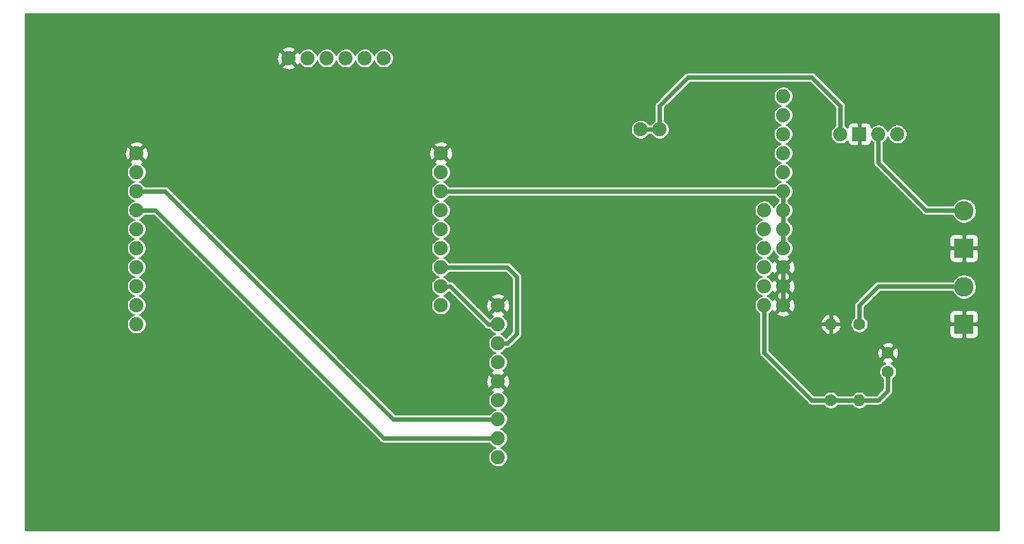
<source format=gtl>
G04 #@! TF.GenerationSoftware,KiCad,Pcbnew,(5.1.9-0-10_14)*
G04 #@! TF.CreationDate,2021-04-13T16:59:34-04:00*
G04 #@! TF.ProjectId,Cryologger GVMS,4372796f-6c6f-4676-9765-722047564d53,v2.0*
G04 #@! TF.SameCoordinates,Original*
G04 #@! TF.FileFunction,Copper,L1,Top*
G04 #@! TF.FilePolarity,Positive*
%FSLAX46Y46*%
G04 Gerber Fmt 4.6, Leading zero omitted, Abs format (unit mm)*
G04 Created by KiCad (PCBNEW (5.1.9-0-10_14)) date 2021-04-13 16:59:34*
%MOMM*%
%LPD*%
G01*
G04 APERTURE LIST*
G04 #@! TA.AperFunction,ComponentPad*
%ADD10C,1.879600*%
G04 #@! TD*
G04 #@! TA.AperFunction,ComponentPad*
%ADD11R,1.879600X1.879600*%
G04 #@! TD*
G04 #@! TA.AperFunction,ComponentPad*
%ADD12C,7.400000*%
G04 #@! TD*
G04 #@! TA.AperFunction,ComponentPad*
%ADD13C,0.800000*%
G04 #@! TD*
G04 #@! TA.AperFunction,ComponentPad*
%ADD14C,1.600000*%
G04 #@! TD*
G04 #@! TA.AperFunction,ComponentPad*
%ADD15O,1.600000X1.600000*%
G04 #@! TD*
G04 #@! TA.AperFunction,ComponentPad*
%ADD16C,2.600000*%
G04 #@! TD*
G04 #@! TA.AperFunction,ComponentPad*
%ADD17R,2.600000X2.600000*%
G04 #@! TD*
G04 #@! TA.AperFunction,Conductor*
%ADD18C,0.609600*%
G04 #@! TD*
G04 #@! TA.AperFunction,Conductor*
%ADD19C,0.254000*%
G04 #@! TD*
G04 #@! TA.AperFunction,Conductor*
%ADD20C,0.150000*%
G04 #@! TD*
G04 APERTURE END LIST*
D10*
X151130000Y-76835000D03*
X153670000Y-76835000D03*
X167640000Y-100330000D03*
X167640000Y-97790000D03*
X167640000Y-95250000D03*
X167640000Y-92710000D03*
X167640000Y-90170000D03*
X167640000Y-87630000D03*
X170180000Y-100330000D03*
X170180000Y-97790000D03*
X170180000Y-95250000D03*
X170180000Y-92710000D03*
X170180000Y-90170000D03*
X170180000Y-87630000D03*
X170180000Y-85090000D03*
X170180000Y-82550000D03*
X170180000Y-80010000D03*
X170180000Y-77470000D03*
X170180000Y-74930000D03*
X170180000Y-72390000D03*
X132080000Y-120650000D03*
X132080000Y-118110000D03*
X132080000Y-115570000D03*
X132080000Y-113030000D03*
X132080000Y-110490000D03*
X132080000Y-107950000D03*
X132080000Y-105410000D03*
X132080000Y-102870000D03*
X132080000Y-100330000D03*
X185420000Y-77470000D03*
X182880000Y-77470000D03*
D11*
X180340000Y-77470000D03*
D10*
X177800000Y-77470000D03*
X124460000Y-100330000D03*
X124460000Y-97790000D03*
X124460000Y-95250000D03*
X124460000Y-92710000D03*
X124460000Y-90170000D03*
X124460000Y-87630000D03*
X124460000Y-85090000D03*
X124460000Y-82550000D03*
X124460000Y-80010000D03*
X116840000Y-67310000D03*
X114300000Y-67310000D03*
X111760000Y-67310000D03*
X109220000Y-67310000D03*
X106680000Y-67310000D03*
X104140000Y-67310000D03*
X83820000Y-102870000D03*
X83820000Y-100330000D03*
X83820000Y-97790000D03*
X83820000Y-95250000D03*
X83820000Y-92710000D03*
X83820000Y-90170000D03*
X83820000Y-87630000D03*
X83820000Y-85090000D03*
X83820000Y-82550000D03*
X83820000Y-80010000D03*
D12*
X194640200Y-124891800D03*
D13*
X197415200Y-124891800D03*
X196602421Y-126854021D03*
X194640200Y-127666800D03*
X192677979Y-126854021D03*
X191865200Y-124891800D03*
X192677979Y-122929579D03*
X194640200Y-122116800D03*
X196602421Y-122929579D03*
D12*
X73177400Y-66878200D03*
D13*
X75952400Y-66878200D03*
X75139621Y-68840421D03*
X73177400Y-69653200D03*
X71215179Y-68840421D03*
X70402400Y-66878200D03*
X71215179Y-64915979D03*
X73177400Y-64103200D03*
X75139621Y-64915979D03*
D12*
X73177400Y-124891800D03*
D13*
X75952400Y-124891800D03*
X75139621Y-126854021D03*
X73177400Y-127666800D03*
X71215179Y-126854021D03*
X70402400Y-124891800D03*
X71215179Y-122929579D03*
X73177400Y-122116800D03*
X75139621Y-122929579D03*
X196602421Y-64915979D03*
X194640200Y-64103200D03*
X192677979Y-64915979D03*
X191865200Y-66878200D03*
X192677979Y-68840421D03*
X194640200Y-69653200D03*
X196602421Y-68840421D03*
X197415200Y-66878200D03*
D12*
X194640200Y-66878200D03*
D14*
X180340000Y-102870000D03*
D15*
X180340000Y-113030000D03*
D14*
X176530000Y-113030000D03*
D15*
X176530000Y-102870000D03*
D14*
X184150000Y-109220000D03*
X184150000Y-106720000D03*
D16*
X194310000Y-87710000D03*
D17*
X194310000Y-92710000D03*
X194310000Y-102870000D03*
D16*
X194310000Y-97870000D03*
D18*
X170180000Y-100330000D02*
X170180000Y-95250000D01*
X180340000Y-113030000D02*
X176530000Y-113030000D01*
X176530000Y-113030000D02*
X173990000Y-113030000D01*
X173990000Y-113030000D02*
X167640000Y-106680000D01*
X167640000Y-106680000D02*
X167640000Y-100330000D01*
X180340000Y-113030000D02*
X182880000Y-113030000D01*
X184150000Y-111760000D02*
X184150000Y-109220000D01*
X182880000Y-113030000D02*
X184150000Y-111760000D01*
X194310000Y-87630000D02*
X194310000Y-87710000D01*
X182880000Y-77470000D02*
X182880000Y-81280000D01*
X189230000Y-87630000D02*
X194310000Y-87630000D01*
X182880000Y-81280000D02*
X189230000Y-87630000D01*
X194310000Y-87630000D02*
X194310000Y-87710000D01*
X83820000Y-87630000D02*
X86360000Y-87630000D01*
X116840000Y-118110000D02*
X132080000Y-118110000D01*
X86360000Y-87630000D02*
X116840000Y-118110000D01*
X132080000Y-115570000D02*
X118110000Y-115570000D01*
X87630000Y-85090000D02*
X83820000Y-85090000D01*
X118110000Y-115570000D02*
X87630000Y-85090000D01*
X180340000Y-102870000D02*
X180340000Y-100330000D01*
X182880000Y-97790000D02*
X194310000Y-97790000D01*
X180340000Y-100330000D02*
X182880000Y-97790000D01*
X124460000Y-85090000D02*
X170180000Y-85090000D01*
X170180000Y-85090000D02*
X170180000Y-92710000D01*
X132080000Y-105410000D02*
X133350000Y-105410000D01*
X133350000Y-95250000D02*
X124460000Y-95250000D01*
X134620000Y-96520000D02*
X133350000Y-95250000D01*
X134620000Y-104140000D02*
X134620000Y-96520000D01*
X133350000Y-105410000D02*
X134620000Y-104140000D01*
X124460000Y-97790000D02*
X125730000Y-97790000D01*
X130810000Y-102870000D02*
X132080000Y-102870000D01*
X125730000Y-97790000D02*
X130810000Y-102870000D01*
X177800000Y-77470000D02*
X177800000Y-73660000D01*
X157480000Y-69850000D02*
X173990000Y-69850000D01*
X153670000Y-73660000D02*
X157480000Y-69850000D01*
X153670000Y-73660000D02*
X153670000Y-76835000D01*
X177800000Y-73660000D02*
X173990000Y-69850000D01*
X153670000Y-76835000D02*
X153670000Y-76200000D01*
X153670000Y-76200000D02*
X153670000Y-76835000D01*
X153670000Y-76835000D02*
X151130000Y-76835000D01*
D19*
X198984000Y-130404000D02*
X68986000Y-130404000D01*
X68986000Y-82419913D01*
X82499200Y-82419913D01*
X82499200Y-82680087D01*
X82549957Y-82935263D01*
X82649522Y-83175634D01*
X82794067Y-83391961D01*
X82978039Y-83575933D01*
X83194366Y-83720478D01*
X83434633Y-83820000D01*
X83194366Y-83919522D01*
X82978039Y-84064067D01*
X82794067Y-84248039D01*
X82649522Y-84464366D01*
X82549957Y-84704737D01*
X82499200Y-84959913D01*
X82499200Y-85220087D01*
X82549957Y-85475263D01*
X82649522Y-85715634D01*
X82794067Y-85931961D01*
X82978039Y-86115933D01*
X83194366Y-86260478D01*
X83434633Y-86360000D01*
X83194366Y-86459522D01*
X82978039Y-86604067D01*
X82794067Y-86788039D01*
X82649522Y-87004366D01*
X82549957Y-87244737D01*
X82499200Y-87499913D01*
X82499200Y-87760087D01*
X82549957Y-88015263D01*
X82649522Y-88255634D01*
X82794067Y-88471961D01*
X82978039Y-88655933D01*
X83194366Y-88800478D01*
X83434633Y-88900000D01*
X83194366Y-88999522D01*
X82978039Y-89144067D01*
X82794067Y-89328039D01*
X82649522Y-89544366D01*
X82549957Y-89784737D01*
X82499200Y-90039913D01*
X82499200Y-90300087D01*
X82549957Y-90555263D01*
X82649522Y-90795634D01*
X82794067Y-91011961D01*
X82978039Y-91195933D01*
X83194366Y-91340478D01*
X83434633Y-91440000D01*
X83194366Y-91539522D01*
X82978039Y-91684067D01*
X82794067Y-91868039D01*
X82649522Y-92084366D01*
X82549957Y-92324737D01*
X82499200Y-92579913D01*
X82499200Y-92840087D01*
X82549957Y-93095263D01*
X82649522Y-93335634D01*
X82794067Y-93551961D01*
X82978039Y-93735933D01*
X83194366Y-93880478D01*
X83434633Y-93980000D01*
X83194366Y-94079522D01*
X82978039Y-94224067D01*
X82794067Y-94408039D01*
X82649522Y-94624366D01*
X82549957Y-94864737D01*
X82499200Y-95119913D01*
X82499200Y-95380087D01*
X82549957Y-95635263D01*
X82649522Y-95875634D01*
X82794067Y-96091961D01*
X82978039Y-96275933D01*
X83194366Y-96420478D01*
X83434633Y-96520000D01*
X83194366Y-96619522D01*
X82978039Y-96764067D01*
X82794067Y-96948039D01*
X82649522Y-97164366D01*
X82549957Y-97404737D01*
X82499200Y-97659913D01*
X82499200Y-97920087D01*
X82549957Y-98175263D01*
X82649522Y-98415634D01*
X82794067Y-98631961D01*
X82978039Y-98815933D01*
X83194366Y-98960478D01*
X83434633Y-99060000D01*
X83194366Y-99159522D01*
X82978039Y-99304067D01*
X82794067Y-99488039D01*
X82649522Y-99704366D01*
X82549957Y-99944737D01*
X82499200Y-100199913D01*
X82499200Y-100460087D01*
X82549957Y-100715263D01*
X82649522Y-100955634D01*
X82794067Y-101171961D01*
X82978039Y-101355933D01*
X83194366Y-101500478D01*
X83434633Y-101600000D01*
X83194366Y-101699522D01*
X82978039Y-101844067D01*
X82794067Y-102028039D01*
X82649522Y-102244366D01*
X82549957Y-102484737D01*
X82499200Y-102739913D01*
X82499200Y-103000087D01*
X82549957Y-103255263D01*
X82649522Y-103495634D01*
X82794067Y-103711961D01*
X82978039Y-103895933D01*
X83194366Y-104040478D01*
X83434737Y-104140043D01*
X83689913Y-104190800D01*
X83950087Y-104190800D01*
X84205263Y-104140043D01*
X84445634Y-104040478D01*
X84661961Y-103895933D01*
X84845933Y-103711961D01*
X84990478Y-103495634D01*
X85090043Y-103255263D01*
X85140800Y-103000087D01*
X85140800Y-102739913D01*
X85090043Y-102484737D01*
X84990478Y-102244366D01*
X84845933Y-102028039D01*
X84661961Y-101844067D01*
X84445634Y-101699522D01*
X84205367Y-101600000D01*
X84445634Y-101500478D01*
X84661961Y-101355933D01*
X84845933Y-101171961D01*
X84990478Y-100955634D01*
X85090043Y-100715263D01*
X85140800Y-100460087D01*
X85140800Y-100199913D01*
X85090043Y-99944737D01*
X84990478Y-99704366D01*
X84845933Y-99488039D01*
X84661961Y-99304067D01*
X84445634Y-99159522D01*
X84205367Y-99060000D01*
X84445634Y-98960478D01*
X84661961Y-98815933D01*
X84845933Y-98631961D01*
X84990478Y-98415634D01*
X85090043Y-98175263D01*
X85140800Y-97920087D01*
X85140800Y-97659913D01*
X85090043Y-97404737D01*
X84990478Y-97164366D01*
X84845933Y-96948039D01*
X84661961Y-96764067D01*
X84445634Y-96619522D01*
X84205367Y-96520000D01*
X84445634Y-96420478D01*
X84661961Y-96275933D01*
X84845933Y-96091961D01*
X84990478Y-95875634D01*
X85090043Y-95635263D01*
X85140800Y-95380087D01*
X85140800Y-95119913D01*
X85090043Y-94864737D01*
X84990478Y-94624366D01*
X84845933Y-94408039D01*
X84661961Y-94224067D01*
X84445634Y-94079522D01*
X84205367Y-93980000D01*
X84445634Y-93880478D01*
X84661961Y-93735933D01*
X84845933Y-93551961D01*
X84990478Y-93335634D01*
X85090043Y-93095263D01*
X85140800Y-92840087D01*
X85140800Y-92579913D01*
X85090043Y-92324737D01*
X84990478Y-92084366D01*
X84845933Y-91868039D01*
X84661961Y-91684067D01*
X84445634Y-91539522D01*
X84205367Y-91440000D01*
X84445634Y-91340478D01*
X84661961Y-91195933D01*
X84845933Y-91011961D01*
X84990478Y-90795634D01*
X85090043Y-90555263D01*
X85140800Y-90300087D01*
X85140800Y-90039913D01*
X85090043Y-89784737D01*
X84990478Y-89544366D01*
X84845933Y-89328039D01*
X84661961Y-89144067D01*
X84445634Y-88999522D01*
X84205367Y-88900000D01*
X84445634Y-88800478D01*
X84661961Y-88655933D01*
X84845933Y-88471961D01*
X84950276Y-88315800D01*
X86075933Y-88315800D01*
X116331247Y-118571115D01*
X116352720Y-118597280D01*
X116378885Y-118618753D01*
X116378887Y-118618755D01*
X116457145Y-118682980D01*
X116457147Y-118682981D01*
X116576286Y-118746662D01*
X116705560Y-118785877D01*
X116806311Y-118795800D01*
X116806320Y-118795800D01*
X116839999Y-118799117D01*
X116873678Y-118795800D01*
X130949724Y-118795800D01*
X131054067Y-118951961D01*
X131238039Y-119135933D01*
X131454366Y-119280478D01*
X131694633Y-119380000D01*
X131454366Y-119479522D01*
X131238039Y-119624067D01*
X131054067Y-119808039D01*
X130909522Y-120024366D01*
X130809957Y-120264737D01*
X130759200Y-120519913D01*
X130759200Y-120780087D01*
X130809957Y-121035263D01*
X130909522Y-121275634D01*
X131054067Y-121491961D01*
X131238039Y-121675933D01*
X131454366Y-121820478D01*
X131694737Y-121920043D01*
X131949913Y-121970800D01*
X132210087Y-121970800D01*
X132465263Y-121920043D01*
X132705634Y-121820478D01*
X132921961Y-121675933D01*
X133105933Y-121491961D01*
X133250478Y-121275634D01*
X133350043Y-121035263D01*
X133400800Y-120780087D01*
X133400800Y-120519913D01*
X133350043Y-120264737D01*
X133250478Y-120024366D01*
X133105933Y-119808039D01*
X132921961Y-119624067D01*
X132705634Y-119479522D01*
X132465367Y-119380000D01*
X132705634Y-119280478D01*
X132921961Y-119135933D01*
X133105933Y-118951961D01*
X133250478Y-118735634D01*
X133350043Y-118495263D01*
X133400800Y-118240087D01*
X133400800Y-117979913D01*
X133350043Y-117724737D01*
X133250478Y-117484366D01*
X133105933Y-117268039D01*
X132921961Y-117084067D01*
X132705634Y-116939522D01*
X132465367Y-116840000D01*
X132705634Y-116740478D01*
X132921961Y-116595933D01*
X133105933Y-116411961D01*
X133250478Y-116195634D01*
X133350043Y-115955263D01*
X133400800Y-115700087D01*
X133400800Y-115439913D01*
X133350043Y-115184737D01*
X133250478Y-114944366D01*
X133105933Y-114728039D01*
X132921961Y-114544067D01*
X132705634Y-114399522D01*
X132465367Y-114300000D01*
X132705634Y-114200478D01*
X132921961Y-114055933D01*
X133105933Y-113871961D01*
X133250478Y-113655634D01*
X133350043Y-113415263D01*
X133400800Y-113160087D01*
X133400800Y-112899913D01*
X133350043Y-112644737D01*
X133250478Y-112404366D01*
X133105933Y-112188039D01*
X132921961Y-112004067D01*
X132778330Y-111908096D01*
X132904377Y-111840723D01*
X132992871Y-111582476D01*
X132080000Y-110669605D01*
X131167129Y-111582476D01*
X131255623Y-111840723D01*
X131387332Y-111904313D01*
X131238039Y-112004067D01*
X131054067Y-112188039D01*
X130909522Y-112404366D01*
X130809957Y-112644737D01*
X130759200Y-112899913D01*
X130759200Y-113160087D01*
X130809957Y-113415263D01*
X130909522Y-113655634D01*
X131054067Y-113871961D01*
X131238039Y-114055933D01*
X131454366Y-114200478D01*
X131694633Y-114300000D01*
X131454366Y-114399522D01*
X131238039Y-114544067D01*
X131054067Y-114728039D01*
X130949724Y-114884200D01*
X118394068Y-114884200D01*
X114064845Y-110554977D01*
X130498916Y-110554977D01*
X130541973Y-110862184D01*
X130644135Y-111155086D01*
X130729277Y-111314377D01*
X130987524Y-111402871D01*
X131900395Y-110490000D01*
X132259605Y-110490000D01*
X133172476Y-111402871D01*
X133430723Y-111314377D01*
X133565597Y-111035024D01*
X133643381Y-110734725D01*
X133661084Y-110425023D01*
X133618027Y-110117816D01*
X133515865Y-109824914D01*
X133430723Y-109665623D01*
X133172476Y-109577129D01*
X132259605Y-110490000D01*
X131900395Y-110490000D01*
X130987524Y-109577129D01*
X130729277Y-109665623D01*
X130594403Y-109944976D01*
X130516619Y-110245275D01*
X130498916Y-110554977D01*
X114064845Y-110554977D01*
X88138758Y-84628891D01*
X88117280Y-84602720D01*
X88012853Y-84517019D01*
X87893714Y-84453338D01*
X87764440Y-84414123D01*
X87663689Y-84404200D01*
X87663679Y-84404200D01*
X87630000Y-84400883D01*
X87596321Y-84404200D01*
X84950276Y-84404200D01*
X84845933Y-84248039D01*
X84661961Y-84064067D01*
X84445634Y-83919522D01*
X84205367Y-83820000D01*
X84445634Y-83720478D01*
X84661961Y-83575933D01*
X84845933Y-83391961D01*
X84990478Y-83175634D01*
X85090043Y-82935263D01*
X85140800Y-82680087D01*
X85140800Y-82419913D01*
X123139200Y-82419913D01*
X123139200Y-82680087D01*
X123189957Y-82935263D01*
X123289522Y-83175634D01*
X123434067Y-83391961D01*
X123618039Y-83575933D01*
X123834366Y-83720478D01*
X124074633Y-83820000D01*
X123834366Y-83919522D01*
X123618039Y-84064067D01*
X123434067Y-84248039D01*
X123289522Y-84464366D01*
X123189957Y-84704737D01*
X123139200Y-84959913D01*
X123139200Y-85220087D01*
X123189957Y-85475263D01*
X123289522Y-85715634D01*
X123434067Y-85931961D01*
X123618039Y-86115933D01*
X123834366Y-86260478D01*
X124074633Y-86360000D01*
X123834366Y-86459522D01*
X123618039Y-86604067D01*
X123434067Y-86788039D01*
X123289522Y-87004366D01*
X123189957Y-87244737D01*
X123139200Y-87499913D01*
X123139200Y-87760087D01*
X123189957Y-88015263D01*
X123289522Y-88255634D01*
X123434067Y-88471961D01*
X123618039Y-88655933D01*
X123834366Y-88800478D01*
X124074633Y-88900000D01*
X123834366Y-88999522D01*
X123618039Y-89144067D01*
X123434067Y-89328039D01*
X123289522Y-89544366D01*
X123189957Y-89784737D01*
X123139200Y-90039913D01*
X123139200Y-90300087D01*
X123189957Y-90555263D01*
X123289522Y-90795634D01*
X123434067Y-91011961D01*
X123618039Y-91195933D01*
X123834366Y-91340478D01*
X124074633Y-91440000D01*
X123834366Y-91539522D01*
X123618039Y-91684067D01*
X123434067Y-91868039D01*
X123289522Y-92084366D01*
X123189957Y-92324737D01*
X123139200Y-92579913D01*
X123139200Y-92840087D01*
X123189957Y-93095263D01*
X123289522Y-93335634D01*
X123434067Y-93551961D01*
X123618039Y-93735933D01*
X123834366Y-93880478D01*
X124074633Y-93980000D01*
X123834366Y-94079522D01*
X123618039Y-94224067D01*
X123434067Y-94408039D01*
X123289522Y-94624366D01*
X123189957Y-94864737D01*
X123139200Y-95119913D01*
X123139200Y-95380087D01*
X123189957Y-95635263D01*
X123289522Y-95875634D01*
X123434067Y-96091961D01*
X123618039Y-96275933D01*
X123834366Y-96420478D01*
X124074633Y-96520000D01*
X123834366Y-96619522D01*
X123618039Y-96764067D01*
X123434067Y-96948039D01*
X123289522Y-97164366D01*
X123189957Y-97404737D01*
X123139200Y-97659913D01*
X123139200Y-97920087D01*
X123189957Y-98175263D01*
X123289522Y-98415634D01*
X123434067Y-98631961D01*
X123618039Y-98815933D01*
X123834366Y-98960478D01*
X124074633Y-99060000D01*
X123834366Y-99159522D01*
X123618039Y-99304067D01*
X123434067Y-99488039D01*
X123289522Y-99704366D01*
X123189957Y-99944737D01*
X123139200Y-100199913D01*
X123139200Y-100460087D01*
X123189957Y-100715263D01*
X123289522Y-100955634D01*
X123434067Y-101171961D01*
X123618039Y-101355933D01*
X123834366Y-101500478D01*
X124074737Y-101600043D01*
X124329913Y-101650800D01*
X124590087Y-101650800D01*
X124845263Y-101600043D01*
X125085634Y-101500478D01*
X125301961Y-101355933D01*
X125485933Y-101171961D01*
X125630478Y-100955634D01*
X125730043Y-100715263D01*
X125780800Y-100460087D01*
X125780800Y-100199913D01*
X125730043Y-99944737D01*
X125630478Y-99704366D01*
X125485933Y-99488039D01*
X125301961Y-99304067D01*
X125085634Y-99159522D01*
X124845367Y-99060000D01*
X125085634Y-98960478D01*
X125301961Y-98815933D01*
X125485933Y-98631961D01*
X125532461Y-98562328D01*
X130301247Y-103331115D01*
X130322720Y-103357280D01*
X130427147Y-103442981D01*
X130546286Y-103506662D01*
X130675560Y-103545877D01*
X130776311Y-103555800D01*
X130776314Y-103555800D01*
X130810000Y-103559118D01*
X130843686Y-103555800D01*
X130949724Y-103555800D01*
X131054067Y-103711961D01*
X131238039Y-103895933D01*
X131454366Y-104040478D01*
X131694633Y-104140000D01*
X131454366Y-104239522D01*
X131238039Y-104384067D01*
X131054067Y-104568039D01*
X130909522Y-104784366D01*
X130809957Y-105024737D01*
X130759200Y-105279913D01*
X130759200Y-105540087D01*
X130809957Y-105795263D01*
X130909522Y-106035634D01*
X131054067Y-106251961D01*
X131238039Y-106435933D01*
X131454366Y-106580478D01*
X131694633Y-106680000D01*
X131454366Y-106779522D01*
X131238039Y-106924067D01*
X131054067Y-107108039D01*
X130909522Y-107324366D01*
X130809957Y-107564737D01*
X130759200Y-107819913D01*
X130759200Y-108080087D01*
X130809957Y-108335263D01*
X130909522Y-108575634D01*
X131054067Y-108791961D01*
X131238039Y-108975933D01*
X131381670Y-109071904D01*
X131255623Y-109139277D01*
X131167129Y-109397524D01*
X132080000Y-110310395D01*
X132992871Y-109397524D01*
X132904377Y-109139277D01*
X132772668Y-109075687D01*
X132921961Y-108975933D01*
X133105933Y-108791961D01*
X133250478Y-108575634D01*
X133350043Y-108335263D01*
X133400800Y-108080087D01*
X133400800Y-107819913D01*
X133350043Y-107564737D01*
X133250478Y-107324366D01*
X133105933Y-107108039D01*
X132921961Y-106924067D01*
X132705634Y-106779522D01*
X132465367Y-106680000D01*
X132705634Y-106580478D01*
X132921961Y-106435933D01*
X133105933Y-106251961D01*
X133210276Y-106095800D01*
X133316321Y-106095800D01*
X133350000Y-106099117D01*
X133383679Y-106095800D01*
X133383689Y-106095800D01*
X133484440Y-106085877D01*
X133613714Y-106046662D01*
X133732853Y-105982981D01*
X133837280Y-105897280D01*
X133858758Y-105871109D01*
X135081119Y-104648749D01*
X135107279Y-104627280D01*
X135128749Y-104601119D01*
X135128755Y-104601113D01*
X135192980Y-104522854D01*
X135192981Y-104522853D01*
X135256662Y-104403714D01*
X135295877Y-104274440D01*
X135305800Y-104173689D01*
X135305800Y-104173680D01*
X135309117Y-104140001D01*
X135305800Y-104106322D01*
X135305800Y-96553678D01*
X135309117Y-96519999D01*
X135305800Y-96486320D01*
X135305800Y-96486311D01*
X135295877Y-96385560D01*
X135256662Y-96256286D01*
X135192981Y-96137147D01*
X135107280Y-96032720D01*
X135081114Y-96011247D01*
X133858758Y-94788891D01*
X133837280Y-94762720D01*
X133732853Y-94677019D01*
X133613714Y-94613338D01*
X133484440Y-94574123D01*
X133383689Y-94564200D01*
X133383679Y-94564200D01*
X133350000Y-94560883D01*
X133316321Y-94564200D01*
X125590276Y-94564200D01*
X125485933Y-94408039D01*
X125301961Y-94224067D01*
X125085634Y-94079522D01*
X124845367Y-93980000D01*
X125085634Y-93880478D01*
X125301961Y-93735933D01*
X125485933Y-93551961D01*
X125630478Y-93335634D01*
X125730043Y-93095263D01*
X125780800Y-92840087D01*
X125780800Y-92579913D01*
X125730043Y-92324737D01*
X125630478Y-92084366D01*
X125485933Y-91868039D01*
X125301961Y-91684067D01*
X125085634Y-91539522D01*
X124845367Y-91440000D01*
X125085634Y-91340478D01*
X125301961Y-91195933D01*
X125485933Y-91011961D01*
X125630478Y-90795634D01*
X125730043Y-90555263D01*
X125780800Y-90300087D01*
X125780800Y-90039913D01*
X125730043Y-89784737D01*
X125630478Y-89544366D01*
X125485933Y-89328039D01*
X125301961Y-89144067D01*
X125085634Y-88999522D01*
X124845367Y-88900000D01*
X125085634Y-88800478D01*
X125301961Y-88655933D01*
X125485933Y-88471961D01*
X125630478Y-88255634D01*
X125730043Y-88015263D01*
X125780800Y-87760087D01*
X125780800Y-87499913D01*
X125730043Y-87244737D01*
X125630478Y-87004366D01*
X125485933Y-86788039D01*
X125301961Y-86604067D01*
X125085634Y-86459522D01*
X124845367Y-86360000D01*
X125085634Y-86260478D01*
X125301961Y-86115933D01*
X125485933Y-85931961D01*
X125590276Y-85775800D01*
X169049724Y-85775800D01*
X169154067Y-85931961D01*
X169338039Y-86115933D01*
X169494200Y-86220276D01*
X169494200Y-86499723D01*
X169338039Y-86604067D01*
X169154067Y-86788039D01*
X169009522Y-87004366D01*
X168910000Y-87244633D01*
X168810478Y-87004366D01*
X168665933Y-86788039D01*
X168481961Y-86604067D01*
X168265634Y-86459522D01*
X168025263Y-86359957D01*
X167770087Y-86309200D01*
X167509913Y-86309200D01*
X167254737Y-86359957D01*
X167014366Y-86459522D01*
X166798039Y-86604067D01*
X166614067Y-86788039D01*
X166469522Y-87004366D01*
X166369957Y-87244737D01*
X166319200Y-87499913D01*
X166319200Y-87760087D01*
X166369957Y-88015263D01*
X166469522Y-88255634D01*
X166614067Y-88471961D01*
X166798039Y-88655933D01*
X167014366Y-88800478D01*
X167254633Y-88900000D01*
X167014366Y-88999522D01*
X166798039Y-89144067D01*
X166614067Y-89328039D01*
X166469522Y-89544366D01*
X166369957Y-89784737D01*
X166319200Y-90039913D01*
X166319200Y-90300087D01*
X166369957Y-90555263D01*
X166469522Y-90795634D01*
X166614067Y-91011961D01*
X166798039Y-91195933D01*
X167014366Y-91340478D01*
X167254633Y-91440000D01*
X167014366Y-91539522D01*
X166798039Y-91684067D01*
X166614067Y-91868039D01*
X166469522Y-92084366D01*
X166369957Y-92324737D01*
X166319200Y-92579913D01*
X166319200Y-92840087D01*
X166369957Y-93095263D01*
X166469522Y-93335634D01*
X166614067Y-93551961D01*
X166798039Y-93735933D01*
X167014366Y-93880478D01*
X167254633Y-93980000D01*
X167014366Y-94079522D01*
X166798039Y-94224067D01*
X166614067Y-94408039D01*
X166469522Y-94624366D01*
X166369957Y-94864737D01*
X166319200Y-95119913D01*
X166319200Y-95380087D01*
X166369957Y-95635263D01*
X166469522Y-95875634D01*
X166614067Y-96091961D01*
X166798039Y-96275933D01*
X167014366Y-96420478D01*
X167254633Y-96520000D01*
X167014366Y-96619522D01*
X166798039Y-96764067D01*
X166614067Y-96948039D01*
X166469522Y-97164366D01*
X166369957Y-97404737D01*
X166319200Y-97659913D01*
X166319200Y-97920087D01*
X166369957Y-98175263D01*
X166469522Y-98415634D01*
X166614067Y-98631961D01*
X166798039Y-98815933D01*
X167014366Y-98960478D01*
X167254633Y-99060000D01*
X167014366Y-99159522D01*
X166798039Y-99304067D01*
X166614067Y-99488039D01*
X166469522Y-99704366D01*
X166369957Y-99944737D01*
X166319200Y-100199913D01*
X166319200Y-100460087D01*
X166369957Y-100715263D01*
X166469522Y-100955634D01*
X166614067Y-101171961D01*
X166798039Y-101355933D01*
X166954201Y-101460277D01*
X166954200Y-106646321D01*
X166950883Y-106680000D01*
X166954200Y-106713679D01*
X166954200Y-106713688D01*
X166964123Y-106814439D01*
X167003338Y-106943713D01*
X167067019Y-107062852D01*
X167152720Y-107167279D01*
X167178887Y-107188754D01*
X173481247Y-113491115D01*
X173502720Y-113517280D01*
X173607147Y-113602981D01*
X173726286Y-113666662D01*
X173855560Y-113705877D01*
X173956311Y-113715800D01*
X173956320Y-113715800D01*
X173989999Y-113719117D01*
X174023678Y-113715800D01*
X175567861Y-113715800D01*
X175612658Y-113782843D01*
X175777157Y-113947342D01*
X175970587Y-114076588D01*
X176185515Y-114165614D01*
X176413682Y-114211000D01*
X176646318Y-114211000D01*
X176874485Y-114165614D01*
X177089413Y-114076588D01*
X177282843Y-113947342D01*
X177447342Y-113782843D01*
X177492139Y-113715800D01*
X179377861Y-113715800D01*
X179422658Y-113782843D01*
X179587157Y-113947342D01*
X179780587Y-114076588D01*
X179995515Y-114165614D01*
X180223682Y-114211000D01*
X180456318Y-114211000D01*
X180684485Y-114165614D01*
X180899413Y-114076588D01*
X181092843Y-113947342D01*
X181257342Y-113782843D01*
X181302139Y-113715800D01*
X182846321Y-113715800D01*
X182880000Y-113719117D01*
X182913679Y-113715800D01*
X182913689Y-113715800D01*
X183014440Y-113705877D01*
X183143714Y-113666662D01*
X183262853Y-113602981D01*
X183367280Y-113517280D01*
X183388758Y-113491109D01*
X184611119Y-112268749D01*
X184637279Y-112247280D01*
X184658749Y-112221119D01*
X184658755Y-112221113D01*
X184722980Y-112142854D01*
X184722981Y-112142853D01*
X184786662Y-112023714D01*
X184825877Y-111894440D01*
X184835800Y-111793689D01*
X184835800Y-111793680D01*
X184839117Y-111760001D01*
X184835800Y-111726322D01*
X184835800Y-110182139D01*
X184902843Y-110137342D01*
X185067342Y-109972843D01*
X185196588Y-109779413D01*
X185285614Y-109564485D01*
X185331000Y-109336318D01*
X185331000Y-109103682D01*
X185285614Y-108875515D01*
X185196588Y-108660587D01*
X185067342Y-108467157D01*
X184902843Y-108302658D01*
X184709413Y-108173412D01*
X184541671Y-108103931D01*
X184766292Y-108023603D01*
X184891514Y-107956671D01*
X184963097Y-107712702D01*
X184150000Y-106899605D01*
X183336903Y-107712702D01*
X183408486Y-107956671D01*
X183663996Y-108077571D01*
X183762411Y-108102240D01*
X183590587Y-108173412D01*
X183397157Y-108302658D01*
X183232658Y-108467157D01*
X183103412Y-108660587D01*
X183014386Y-108875515D01*
X182969000Y-109103682D01*
X182969000Y-109336318D01*
X183014386Y-109564485D01*
X183103412Y-109779413D01*
X183232658Y-109972843D01*
X183397157Y-110137342D01*
X183464201Y-110182139D01*
X183464200Y-111475932D01*
X182595933Y-112344200D01*
X181302139Y-112344200D01*
X181257342Y-112277157D01*
X181092843Y-112112658D01*
X180899413Y-111983412D01*
X180684485Y-111894386D01*
X180456318Y-111849000D01*
X180223682Y-111849000D01*
X179995515Y-111894386D01*
X179780587Y-111983412D01*
X179587157Y-112112658D01*
X179422658Y-112277157D01*
X179377861Y-112344200D01*
X177492139Y-112344200D01*
X177447342Y-112277157D01*
X177282843Y-112112658D01*
X177089413Y-111983412D01*
X176874485Y-111894386D01*
X176646318Y-111849000D01*
X176413682Y-111849000D01*
X176185515Y-111894386D01*
X175970587Y-111983412D01*
X175777157Y-112112658D01*
X175612658Y-112277157D01*
X175567861Y-112344200D01*
X174274068Y-112344200D01*
X168720380Y-106790512D01*
X182709783Y-106790512D01*
X182751213Y-107070130D01*
X182846397Y-107336292D01*
X182913329Y-107461514D01*
X183157298Y-107533097D01*
X183970395Y-106720000D01*
X184329605Y-106720000D01*
X185142702Y-107533097D01*
X185386671Y-107461514D01*
X185507571Y-107206004D01*
X185576300Y-106931816D01*
X185590217Y-106649488D01*
X185548787Y-106369870D01*
X185453603Y-106103708D01*
X185386671Y-105978486D01*
X185142702Y-105906903D01*
X184329605Y-106720000D01*
X183970395Y-106720000D01*
X183157298Y-105906903D01*
X182913329Y-105978486D01*
X182792429Y-106233996D01*
X182723700Y-106508184D01*
X182709783Y-106790512D01*
X168720380Y-106790512D01*
X168325800Y-106395933D01*
X168325800Y-105727298D01*
X183336903Y-105727298D01*
X184150000Y-106540395D01*
X184963097Y-105727298D01*
X184891514Y-105483329D01*
X184636004Y-105362429D01*
X184361816Y-105293700D01*
X184079488Y-105279783D01*
X183799870Y-105321213D01*
X183533708Y-105416397D01*
X183408486Y-105483329D01*
X183336903Y-105727298D01*
X168325800Y-105727298D01*
X168325800Y-103219040D01*
X175138091Y-103219040D01*
X175232930Y-103483881D01*
X175377615Y-103725131D01*
X175566586Y-103933519D01*
X175792580Y-104101037D01*
X176046913Y-104221246D01*
X176180961Y-104261904D01*
X176403000Y-104139915D01*
X176403000Y-102997000D01*
X176657000Y-102997000D01*
X176657000Y-104139915D01*
X176879039Y-104261904D01*
X177013087Y-104221246D01*
X177121511Y-104170000D01*
X192371928Y-104170000D01*
X192384188Y-104294482D01*
X192420498Y-104414180D01*
X192479463Y-104524494D01*
X192558815Y-104621185D01*
X192655506Y-104700537D01*
X192765820Y-104759502D01*
X192885518Y-104795812D01*
X193010000Y-104808072D01*
X194024250Y-104805000D01*
X194183000Y-104646250D01*
X194183000Y-102997000D01*
X194437000Y-102997000D01*
X194437000Y-104646250D01*
X194595750Y-104805000D01*
X195610000Y-104808072D01*
X195734482Y-104795812D01*
X195854180Y-104759502D01*
X195964494Y-104700537D01*
X196061185Y-104621185D01*
X196140537Y-104524494D01*
X196199502Y-104414180D01*
X196235812Y-104294482D01*
X196248072Y-104170000D01*
X196245000Y-103155750D01*
X196086250Y-102997000D01*
X194437000Y-102997000D01*
X194183000Y-102997000D01*
X192533750Y-102997000D01*
X192375000Y-103155750D01*
X192371928Y-104170000D01*
X177121511Y-104170000D01*
X177267420Y-104101037D01*
X177493414Y-103933519D01*
X177682385Y-103725131D01*
X177827070Y-103483881D01*
X177921909Y-103219040D01*
X177800624Y-102997000D01*
X176657000Y-102997000D01*
X176403000Y-102997000D01*
X175259376Y-102997000D01*
X175138091Y-103219040D01*
X168325800Y-103219040D01*
X168325800Y-102753682D01*
X179159000Y-102753682D01*
X179159000Y-102986318D01*
X179204386Y-103214485D01*
X179293412Y-103429413D01*
X179422658Y-103622843D01*
X179587157Y-103787342D01*
X179780587Y-103916588D01*
X179995515Y-104005614D01*
X180223682Y-104051000D01*
X180456318Y-104051000D01*
X180684485Y-104005614D01*
X180899413Y-103916588D01*
X181092843Y-103787342D01*
X181257342Y-103622843D01*
X181386588Y-103429413D01*
X181475614Y-103214485D01*
X181521000Y-102986318D01*
X181521000Y-102753682D01*
X181475614Y-102525515D01*
X181386588Y-102310587D01*
X181257342Y-102117157D01*
X181092843Y-101952658D01*
X181025800Y-101907861D01*
X181025800Y-101570000D01*
X192371928Y-101570000D01*
X192375000Y-102584250D01*
X192533750Y-102743000D01*
X194183000Y-102743000D01*
X194183000Y-101093750D01*
X194437000Y-101093750D01*
X194437000Y-102743000D01*
X196086250Y-102743000D01*
X196245000Y-102584250D01*
X196248072Y-101570000D01*
X196235812Y-101445518D01*
X196199502Y-101325820D01*
X196140537Y-101215506D01*
X196061185Y-101118815D01*
X195964494Y-101039463D01*
X195854180Y-100980498D01*
X195734482Y-100944188D01*
X195610000Y-100931928D01*
X194595750Y-100935000D01*
X194437000Y-101093750D01*
X194183000Y-101093750D01*
X194024250Y-100935000D01*
X193010000Y-100931928D01*
X192885518Y-100944188D01*
X192765820Y-100980498D01*
X192655506Y-101039463D01*
X192558815Y-101118815D01*
X192479463Y-101215506D01*
X192420498Y-101325820D01*
X192384188Y-101445518D01*
X192371928Y-101570000D01*
X181025800Y-101570000D01*
X181025800Y-100614067D01*
X183164068Y-98475800D01*
X192741429Y-98475800D01*
X192820317Y-98666252D01*
X193004282Y-98941575D01*
X193238425Y-99175718D01*
X193513748Y-99359683D01*
X193819670Y-99486400D01*
X194144436Y-99551000D01*
X194475564Y-99551000D01*
X194800330Y-99486400D01*
X195106252Y-99359683D01*
X195381575Y-99175718D01*
X195615718Y-98941575D01*
X195799683Y-98666252D01*
X195926400Y-98360330D01*
X195991000Y-98035564D01*
X195991000Y-97704436D01*
X195926400Y-97379670D01*
X195799683Y-97073748D01*
X195615718Y-96798425D01*
X195381575Y-96564282D01*
X195106252Y-96380317D01*
X194800330Y-96253600D01*
X194475564Y-96189000D01*
X194144436Y-96189000D01*
X193819670Y-96253600D01*
X193513748Y-96380317D01*
X193238425Y-96564282D01*
X193004282Y-96798425D01*
X192820317Y-97073748D01*
X192807703Y-97104200D01*
X182913678Y-97104200D01*
X182879999Y-97100883D01*
X182846320Y-97104200D01*
X182846311Y-97104200D01*
X182745560Y-97114123D01*
X182616286Y-97153338D01*
X182536703Y-97195876D01*
X182497145Y-97217020D01*
X182463081Y-97244976D01*
X182392720Y-97302720D01*
X182371247Y-97328885D01*
X179878886Y-99821247D01*
X179852721Y-99842720D01*
X179831248Y-99868885D01*
X179831245Y-99868888D01*
X179767020Y-99947147D01*
X179703339Y-100066286D01*
X179664124Y-100195560D01*
X179650883Y-100330000D01*
X179654201Y-100363688D01*
X179654200Y-101907861D01*
X179587157Y-101952658D01*
X179422658Y-102117157D01*
X179293412Y-102310587D01*
X179204386Y-102525515D01*
X179159000Y-102753682D01*
X168325800Y-102753682D01*
X168325800Y-102520960D01*
X175138091Y-102520960D01*
X175259376Y-102743000D01*
X176403000Y-102743000D01*
X176403000Y-101600085D01*
X176657000Y-101600085D01*
X176657000Y-102743000D01*
X177800624Y-102743000D01*
X177921909Y-102520960D01*
X177827070Y-102256119D01*
X177682385Y-102014869D01*
X177493414Y-101806481D01*
X177267420Y-101638963D01*
X177013087Y-101518754D01*
X176879039Y-101478096D01*
X176657000Y-101600085D01*
X176403000Y-101600085D01*
X176180961Y-101478096D01*
X176046913Y-101518754D01*
X175792580Y-101638963D01*
X175566586Y-101806481D01*
X175377615Y-102014869D01*
X175232930Y-102256119D01*
X175138091Y-102520960D01*
X168325800Y-102520960D01*
X168325800Y-101460276D01*
X168382371Y-101422476D01*
X169267129Y-101422476D01*
X169355623Y-101680723D01*
X169634976Y-101815597D01*
X169935275Y-101893381D01*
X170244977Y-101911084D01*
X170552184Y-101868027D01*
X170845086Y-101765865D01*
X171004377Y-101680723D01*
X171092871Y-101422476D01*
X170180000Y-100509605D01*
X169267129Y-101422476D01*
X168382371Y-101422476D01*
X168481961Y-101355933D01*
X168665933Y-101171961D01*
X168761904Y-101028330D01*
X168829277Y-101154377D01*
X169087524Y-101242871D01*
X170000395Y-100330000D01*
X170359605Y-100330000D01*
X171272476Y-101242871D01*
X171530723Y-101154377D01*
X171665597Y-100875024D01*
X171743381Y-100574725D01*
X171761084Y-100265023D01*
X171718027Y-99957816D01*
X171615865Y-99664914D01*
X171530723Y-99505623D01*
X171272476Y-99417129D01*
X170359605Y-100330000D01*
X170000395Y-100330000D01*
X169087524Y-99417129D01*
X168829277Y-99505623D01*
X168765687Y-99637332D01*
X168665933Y-99488039D01*
X168481961Y-99304067D01*
X168265634Y-99159522D01*
X168025367Y-99060000D01*
X168265634Y-98960478D01*
X168382372Y-98882476D01*
X169267129Y-98882476D01*
X169327961Y-99060000D01*
X169267129Y-99237524D01*
X170180000Y-100150395D01*
X171092871Y-99237524D01*
X171032039Y-99060000D01*
X171092871Y-98882476D01*
X170180000Y-97969605D01*
X169267129Y-98882476D01*
X168382372Y-98882476D01*
X168481961Y-98815933D01*
X168665933Y-98631961D01*
X168761904Y-98488330D01*
X168829277Y-98614377D01*
X169087524Y-98702871D01*
X170000395Y-97790000D01*
X170359605Y-97790000D01*
X171272476Y-98702871D01*
X171530723Y-98614377D01*
X171665597Y-98335024D01*
X171743381Y-98034725D01*
X171761084Y-97725023D01*
X171718027Y-97417816D01*
X171615865Y-97124914D01*
X171530723Y-96965623D01*
X171272476Y-96877129D01*
X170359605Y-97790000D01*
X170000395Y-97790000D01*
X169087524Y-96877129D01*
X168829277Y-96965623D01*
X168765687Y-97097332D01*
X168665933Y-96948039D01*
X168481961Y-96764067D01*
X168265634Y-96619522D01*
X168025367Y-96520000D01*
X168265634Y-96420478D01*
X168382372Y-96342476D01*
X169267129Y-96342476D01*
X169327961Y-96520000D01*
X169267129Y-96697524D01*
X170180000Y-97610395D01*
X171092871Y-96697524D01*
X171032039Y-96520000D01*
X171092871Y-96342476D01*
X170180000Y-95429605D01*
X169267129Y-96342476D01*
X168382372Y-96342476D01*
X168481961Y-96275933D01*
X168665933Y-96091961D01*
X168761904Y-95948330D01*
X168829277Y-96074377D01*
X169087524Y-96162871D01*
X170000395Y-95250000D01*
X170359605Y-95250000D01*
X171272476Y-96162871D01*
X171530723Y-96074377D01*
X171665597Y-95795024D01*
X171743381Y-95494725D01*
X171761084Y-95185023D01*
X171718027Y-94877816D01*
X171615865Y-94584914D01*
X171530723Y-94425623D01*
X171272476Y-94337129D01*
X170359605Y-95250000D01*
X170000395Y-95250000D01*
X169087524Y-94337129D01*
X168829277Y-94425623D01*
X168765687Y-94557332D01*
X168665933Y-94408039D01*
X168481961Y-94224067D01*
X168265634Y-94079522D01*
X168025367Y-93980000D01*
X168265634Y-93880478D01*
X168481961Y-93735933D01*
X168665933Y-93551961D01*
X168810478Y-93335634D01*
X168910000Y-93095367D01*
X169009522Y-93335634D01*
X169154067Y-93551961D01*
X169338039Y-93735933D01*
X169481670Y-93831904D01*
X169355623Y-93899277D01*
X169267129Y-94157524D01*
X170180000Y-95070395D01*
X171092871Y-94157524D01*
X171042319Y-94010000D01*
X192371928Y-94010000D01*
X192384188Y-94134482D01*
X192420498Y-94254180D01*
X192479463Y-94364494D01*
X192558815Y-94461185D01*
X192655506Y-94540537D01*
X192765820Y-94599502D01*
X192885518Y-94635812D01*
X193010000Y-94648072D01*
X194024250Y-94645000D01*
X194183000Y-94486250D01*
X194183000Y-92837000D01*
X194437000Y-92837000D01*
X194437000Y-94486250D01*
X194595750Y-94645000D01*
X195610000Y-94648072D01*
X195734482Y-94635812D01*
X195854180Y-94599502D01*
X195964494Y-94540537D01*
X196061185Y-94461185D01*
X196140537Y-94364494D01*
X196199502Y-94254180D01*
X196235812Y-94134482D01*
X196248072Y-94010000D01*
X196245000Y-92995750D01*
X196086250Y-92837000D01*
X194437000Y-92837000D01*
X194183000Y-92837000D01*
X192533750Y-92837000D01*
X192375000Y-92995750D01*
X192371928Y-94010000D01*
X171042319Y-94010000D01*
X171004377Y-93899277D01*
X170872668Y-93835687D01*
X171021961Y-93735933D01*
X171205933Y-93551961D01*
X171350478Y-93335634D01*
X171450043Y-93095263D01*
X171500800Y-92840087D01*
X171500800Y-92579913D01*
X171450043Y-92324737D01*
X171350478Y-92084366D01*
X171205933Y-91868039D01*
X171021961Y-91684067D01*
X170865800Y-91579724D01*
X170865800Y-91410000D01*
X192371928Y-91410000D01*
X192375000Y-92424250D01*
X192533750Y-92583000D01*
X194183000Y-92583000D01*
X194183000Y-90933750D01*
X194437000Y-90933750D01*
X194437000Y-92583000D01*
X196086250Y-92583000D01*
X196245000Y-92424250D01*
X196248072Y-91410000D01*
X196235812Y-91285518D01*
X196199502Y-91165820D01*
X196140537Y-91055506D01*
X196061185Y-90958815D01*
X195964494Y-90879463D01*
X195854180Y-90820498D01*
X195734482Y-90784188D01*
X195610000Y-90771928D01*
X194595750Y-90775000D01*
X194437000Y-90933750D01*
X194183000Y-90933750D01*
X194024250Y-90775000D01*
X193010000Y-90771928D01*
X192885518Y-90784188D01*
X192765820Y-90820498D01*
X192655506Y-90879463D01*
X192558815Y-90958815D01*
X192479463Y-91055506D01*
X192420498Y-91165820D01*
X192384188Y-91285518D01*
X192371928Y-91410000D01*
X170865800Y-91410000D01*
X170865800Y-91300276D01*
X171021961Y-91195933D01*
X171205933Y-91011961D01*
X171350478Y-90795634D01*
X171450043Y-90555263D01*
X171500800Y-90300087D01*
X171500800Y-90039913D01*
X171450043Y-89784737D01*
X171350478Y-89544366D01*
X171205933Y-89328039D01*
X171021961Y-89144067D01*
X170865800Y-89039724D01*
X170865800Y-88760276D01*
X171021961Y-88655933D01*
X171205933Y-88471961D01*
X171350478Y-88255634D01*
X171450043Y-88015263D01*
X171500800Y-87760087D01*
X171500800Y-87499913D01*
X171450043Y-87244737D01*
X171350478Y-87004366D01*
X171205933Y-86788039D01*
X171021961Y-86604067D01*
X170865800Y-86499724D01*
X170865800Y-86220276D01*
X171021961Y-86115933D01*
X171205933Y-85931961D01*
X171350478Y-85715634D01*
X171450043Y-85475263D01*
X171500800Y-85220087D01*
X171500800Y-84959913D01*
X171450043Y-84704737D01*
X171350478Y-84464366D01*
X171205933Y-84248039D01*
X171021961Y-84064067D01*
X170805634Y-83919522D01*
X170565367Y-83820000D01*
X170805634Y-83720478D01*
X171021961Y-83575933D01*
X171205933Y-83391961D01*
X171350478Y-83175634D01*
X171450043Y-82935263D01*
X171500800Y-82680087D01*
X171500800Y-82419913D01*
X171450043Y-82164737D01*
X171350478Y-81924366D01*
X171205933Y-81708039D01*
X171021961Y-81524067D01*
X170805634Y-81379522D01*
X170565367Y-81280000D01*
X170805634Y-81180478D01*
X171021961Y-81035933D01*
X171205933Y-80851961D01*
X171350478Y-80635634D01*
X171450043Y-80395263D01*
X171500800Y-80140087D01*
X171500800Y-79879913D01*
X171450043Y-79624737D01*
X171350478Y-79384366D01*
X171205933Y-79168039D01*
X171021961Y-78984067D01*
X170805634Y-78839522D01*
X170565367Y-78740000D01*
X170805634Y-78640478D01*
X171021961Y-78495933D01*
X171205933Y-78311961D01*
X171350478Y-78095634D01*
X171450043Y-77855263D01*
X171500800Y-77600087D01*
X171500800Y-77339913D01*
X171450043Y-77084737D01*
X171350478Y-76844366D01*
X171205933Y-76628039D01*
X171021961Y-76444067D01*
X170805634Y-76299522D01*
X170565367Y-76200000D01*
X170805634Y-76100478D01*
X171021961Y-75955933D01*
X171205933Y-75771961D01*
X171350478Y-75555634D01*
X171450043Y-75315263D01*
X171500800Y-75060087D01*
X171500800Y-74799913D01*
X171450043Y-74544737D01*
X171350478Y-74304366D01*
X171205933Y-74088039D01*
X171021961Y-73904067D01*
X170805634Y-73759522D01*
X170565367Y-73660000D01*
X170805634Y-73560478D01*
X171021961Y-73415933D01*
X171205933Y-73231961D01*
X171350478Y-73015634D01*
X171450043Y-72775263D01*
X171500800Y-72520087D01*
X171500800Y-72259913D01*
X171450043Y-72004737D01*
X171350478Y-71764366D01*
X171205933Y-71548039D01*
X171021961Y-71364067D01*
X170805634Y-71219522D01*
X170565263Y-71119957D01*
X170310087Y-71069200D01*
X170049913Y-71069200D01*
X169794737Y-71119957D01*
X169554366Y-71219522D01*
X169338039Y-71364067D01*
X169154067Y-71548039D01*
X169009522Y-71764366D01*
X168909957Y-72004737D01*
X168859200Y-72259913D01*
X168859200Y-72520087D01*
X168909957Y-72775263D01*
X169009522Y-73015634D01*
X169154067Y-73231961D01*
X169338039Y-73415933D01*
X169554366Y-73560478D01*
X169794633Y-73660000D01*
X169554366Y-73759522D01*
X169338039Y-73904067D01*
X169154067Y-74088039D01*
X169009522Y-74304366D01*
X168909957Y-74544737D01*
X168859200Y-74799913D01*
X168859200Y-75060087D01*
X168909957Y-75315263D01*
X169009522Y-75555634D01*
X169154067Y-75771961D01*
X169338039Y-75955933D01*
X169554366Y-76100478D01*
X169794633Y-76200000D01*
X169554366Y-76299522D01*
X169338039Y-76444067D01*
X169154067Y-76628039D01*
X169009522Y-76844366D01*
X168909957Y-77084737D01*
X168859200Y-77339913D01*
X168859200Y-77600087D01*
X168909957Y-77855263D01*
X169009522Y-78095634D01*
X169154067Y-78311961D01*
X169338039Y-78495933D01*
X169554366Y-78640478D01*
X169794633Y-78740000D01*
X169554366Y-78839522D01*
X169338039Y-78984067D01*
X169154067Y-79168039D01*
X169009522Y-79384366D01*
X168909957Y-79624737D01*
X168859200Y-79879913D01*
X168859200Y-80140087D01*
X168909957Y-80395263D01*
X169009522Y-80635634D01*
X169154067Y-80851961D01*
X169338039Y-81035933D01*
X169554366Y-81180478D01*
X169794633Y-81280000D01*
X169554366Y-81379522D01*
X169338039Y-81524067D01*
X169154067Y-81708039D01*
X169009522Y-81924366D01*
X168909957Y-82164737D01*
X168859200Y-82419913D01*
X168859200Y-82680087D01*
X168909957Y-82935263D01*
X169009522Y-83175634D01*
X169154067Y-83391961D01*
X169338039Y-83575933D01*
X169554366Y-83720478D01*
X169794633Y-83820000D01*
X169554366Y-83919522D01*
X169338039Y-84064067D01*
X169154067Y-84248039D01*
X169049724Y-84404200D01*
X125590276Y-84404200D01*
X125485933Y-84248039D01*
X125301961Y-84064067D01*
X125085634Y-83919522D01*
X124845367Y-83820000D01*
X125085634Y-83720478D01*
X125301961Y-83575933D01*
X125485933Y-83391961D01*
X125630478Y-83175634D01*
X125730043Y-82935263D01*
X125780800Y-82680087D01*
X125780800Y-82419913D01*
X125730043Y-82164737D01*
X125630478Y-81924366D01*
X125485933Y-81708039D01*
X125301961Y-81524067D01*
X125158330Y-81428096D01*
X125284377Y-81360723D01*
X125372871Y-81102476D01*
X124460000Y-80189605D01*
X123547129Y-81102476D01*
X123635623Y-81360723D01*
X123767332Y-81424313D01*
X123618039Y-81524067D01*
X123434067Y-81708039D01*
X123289522Y-81924366D01*
X123189957Y-82164737D01*
X123139200Y-82419913D01*
X85140800Y-82419913D01*
X85090043Y-82164737D01*
X84990478Y-81924366D01*
X84845933Y-81708039D01*
X84661961Y-81524067D01*
X84518330Y-81428096D01*
X84644377Y-81360723D01*
X84732871Y-81102476D01*
X83820000Y-80189605D01*
X82907129Y-81102476D01*
X82995623Y-81360723D01*
X83127332Y-81424313D01*
X82978039Y-81524067D01*
X82794067Y-81708039D01*
X82649522Y-81924366D01*
X82549957Y-82164737D01*
X82499200Y-82419913D01*
X68986000Y-82419913D01*
X68986000Y-80074977D01*
X82238916Y-80074977D01*
X82281973Y-80382184D01*
X82384135Y-80675086D01*
X82469277Y-80834377D01*
X82727524Y-80922871D01*
X83640395Y-80010000D01*
X83999605Y-80010000D01*
X84912476Y-80922871D01*
X85170723Y-80834377D01*
X85305597Y-80555024D01*
X85383381Y-80254725D01*
X85393655Y-80074977D01*
X122878916Y-80074977D01*
X122921973Y-80382184D01*
X123024135Y-80675086D01*
X123109277Y-80834377D01*
X123367524Y-80922871D01*
X124280395Y-80010000D01*
X124639605Y-80010000D01*
X125552476Y-80922871D01*
X125810723Y-80834377D01*
X125945597Y-80555024D01*
X126023381Y-80254725D01*
X126041084Y-79945023D01*
X125998027Y-79637816D01*
X125895865Y-79344914D01*
X125810723Y-79185623D01*
X125552476Y-79097129D01*
X124639605Y-80010000D01*
X124280395Y-80010000D01*
X123367524Y-79097129D01*
X123109277Y-79185623D01*
X122974403Y-79464976D01*
X122896619Y-79765275D01*
X122878916Y-80074977D01*
X85393655Y-80074977D01*
X85401084Y-79945023D01*
X85358027Y-79637816D01*
X85255865Y-79344914D01*
X85170723Y-79185623D01*
X84912476Y-79097129D01*
X83999605Y-80010000D01*
X83640395Y-80010000D01*
X82727524Y-79097129D01*
X82469277Y-79185623D01*
X82334403Y-79464976D01*
X82256619Y-79765275D01*
X82238916Y-80074977D01*
X68986000Y-80074977D01*
X68986000Y-78917524D01*
X82907129Y-78917524D01*
X83820000Y-79830395D01*
X84732871Y-78917524D01*
X123547129Y-78917524D01*
X124460000Y-79830395D01*
X125372871Y-78917524D01*
X125284377Y-78659277D01*
X125005024Y-78524403D01*
X124704725Y-78446619D01*
X124395023Y-78428916D01*
X124087816Y-78471973D01*
X123794914Y-78574135D01*
X123635623Y-78659277D01*
X123547129Y-78917524D01*
X84732871Y-78917524D01*
X84644377Y-78659277D01*
X84365024Y-78524403D01*
X84064725Y-78446619D01*
X83755023Y-78428916D01*
X83447816Y-78471973D01*
X83154914Y-78574135D01*
X82995623Y-78659277D01*
X82907129Y-78917524D01*
X68986000Y-78917524D01*
X68986000Y-76704913D01*
X149809200Y-76704913D01*
X149809200Y-76965087D01*
X149859957Y-77220263D01*
X149959522Y-77460634D01*
X150104067Y-77676961D01*
X150288039Y-77860933D01*
X150504366Y-78005478D01*
X150744737Y-78105043D01*
X150999913Y-78155800D01*
X151260087Y-78155800D01*
X151515263Y-78105043D01*
X151755634Y-78005478D01*
X151971961Y-77860933D01*
X152155933Y-77676961D01*
X152260276Y-77520800D01*
X152539724Y-77520800D01*
X152644067Y-77676961D01*
X152828039Y-77860933D01*
X153044366Y-78005478D01*
X153284737Y-78105043D01*
X153539913Y-78155800D01*
X153800087Y-78155800D01*
X154055263Y-78105043D01*
X154295634Y-78005478D01*
X154511961Y-77860933D01*
X154695933Y-77676961D01*
X154840478Y-77460634D01*
X154940043Y-77220263D01*
X154990800Y-76965087D01*
X154990800Y-76704913D01*
X154940043Y-76449737D01*
X154840478Y-76209366D01*
X154695933Y-75993039D01*
X154511961Y-75809067D01*
X154355800Y-75704724D01*
X154355800Y-73944067D01*
X157764067Y-70535800D01*
X173705933Y-70535800D01*
X177114201Y-73944068D01*
X177114200Y-76339723D01*
X176958039Y-76444067D01*
X176774067Y-76628039D01*
X176629522Y-76844366D01*
X176529957Y-77084737D01*
X176479200Y-77339913D01*
X176479200Y-77600087D01*
X176529957Y-77855263D01*
X176629522Y-78095634D01*
X176774067Y-78311961D01*
X176958039Y-78495933D01*
X177174366Y-78640478D01*
X177414737Y-78740043D01*
X177669913Y-78790800D01*
X177930087Y-78790800D01*
X178185263Y-78740043D01*
X178425634Y-78640478D01*
X178641961Y-78495933D01*
X178762289Y-78375605D01*
X178762128Y-78409800D01*
X178774388Y-78534282D01*
X178810698Y-78653980D01*
X178869663Y-78764294D01*
X178949015Y-78860985D01*
X179045706Y-78940337D01*
X179156020Y-78999302D01*
X179275718Y-79035612D01*
X179400200Y-79047872D01*
X180054250Y-79044800D01*
X180213000Y-78886050D01*
X180213000Y-77597000D01*
X180193000Y-77597000D01*
X180193000Y-77343000D01*
X180213000Y-77343000D01*
X180213000Y-76053950D01*
X180467000Y-76053950D01*
X180467000Y-77343000D01*
X180487000Y-77343000D01*
X180487000Y-77597000D01*
X180467000Y-77597000D01*
X180467000Y-78886050D01*
X180625750Y-79044800D01*
X181279800Y-79047872D01*
X181404282Y-79035612D01*
X181523980Y-78999302D01*
X181634294Y-78940337D01*
X181730985Y-78860985D01*
X181810337Y-78764294D01*
X181869302Y-78653980D01*
X181905612Y-78534282D01*
X181917872Y-78409800D01*
X181917711Y-78375605D01*
X182038039Y-78495933D01*
X182194200Y-78600277D01*
X182194201Y-81246311D01*
X182190883Y-81280000D01*
X182194201Y-81313689D01*
X182204124Y-81414440D01*
X182243339Y-81543714D01*
X182307020Y-81662853D01*
X182392721Y-81767280D01*
X182418886Y-81788753D01*
X188721244Y-88091112D01*
X188742720Y-88117280D01*
X188847147Y-88202981D01*
X188966286Y-88266662D01*
X189095560Y-88305877D01*
X189196311Y-88315800D01*
X189196320Y-88315800D01*
X189229999Y-88319117D01*
X189263678Y-88315800D01*
X192741429Y-88315800D01*
X192820317Y-88506252D01*
X193004282Y-88781575D01*
X193238425Y-89015718D01*
X193513748Y-89199683D01*
X193819670Y-89326400D01*
X194144436Y-89391000D01*
X194475564Y-89391000D01*
X194800330Y-89326400D01*
X195106252Y-89199683D01*
X195381575Y-89015718D01*
X195615718Y-88781575D01*
X195799683Y-88506252D01*
X195926400Y-88200330D01*
X195991000Y-87875564D01*
X195991000Y-87544436D01*
X195926400Y-87219670D01*
X195799683Y-86913748D01*
X195615718Y-86638425D01*
X195381575Y-86404282D01*
X195106252Y-86220317D01*
X194800330Y-86093600D01*
X194475564Y-86029000D01*
X194144436Y-86029000D01*
X193819670Y-86093600D01*
X193513748Y-86220317D01*
X193238425Y-86404282D01*
X193004282Y-86638425D01*
X192820317Y-86913748D01*
X192807703Y-86944200D01*
X189514068Y-86944200D01*
X183565800Y-80995933D01*
X183565800Y-78600276D01*
X183721961Y-78495933D01*
X183905933Y-78311961D01*
X184050478Y-78095634D01*
X184150000Y-77855367D01*
X184249522Y-78095634D01*
X184394067Y-78311961D01*
X184578039Y-78495933D01*
X184794366Y-78640478D01*
X185034737Y-78740043D01*
X185289913Y-78790800D01*
X185550087Y-78790800D01*
X185805263Y-78740043D01*
X186045634Y-78640478D01*
X186261961Y-78495933D01*
X186445933Y-78311961D01*
X186590478Y-78095634D01*
X186690043Y-77855263D01*
X186740800Y-77600087D01*
X186740800Y-77339913D01*
X186690043Y-77084737D01*
X186590478Y-76844366D01*
X186445933Y-76628039D01*
X186261961Y-76444067D01*
X186045634Y-76299522D01*
X185805263Y-76199957D01*
X185550087Y-76149200D01*
X185289913Y-76149200D01*
X185034737Y-76199957D01*
X184794366Y-76299522D01*
X184578039Y-76444067D01*
X184394067Y-76628039D01*
X184249522Y-76844366D01*
X184150000Y-77084633D01*
X184050478Y-76844366D01*
X183905933Y-76628039D01*
X183721961Y-76444067D01*
X183505634Y-76299522D01*
X183265263Y-76199957D01*
X183010087Y-76149200D01*
X182749913Y-76149200D01*
X182494737Y-76199957D01*
X182254366Y-76299522D01*
X182038039Y-76444067D01*
X181917711Y-76564395D01*
X181917872Y-76530200D01*
X181905612Y-76405718D01*
X181869302Y-76286020D01*
X181810337Y-76175706D01*
X181730985Y-76079015D01*
X181634294Y-75999663D01*
X181523980Y-75940698D01*
X181404282Y-75904388D01*
X181279800Y-75892128D01*
X180625750Y-75895200D01*
X180467000Y-76053950D01*
X180213000Y-76053950D01*
X180054250Y-75895200D01*
X179400200Y-75892128D01*
X179275718Y-75904388D01*
X179156020Y-75940698D01*
X179045706Y-75999663D01*
X178949015Y-76079015D01*
X178869663Y-76175706D01*
X178810698Y-76286020D01*
X178774388Y-76405718D01*
X178762128Y-76530200D01*
X178762289Y-76564395D01*
X178641961Y-76444067D01*
X178485800Y-76339724D01*
X178485800Y-73693686D01*
X178489118Y-73660000D01*
X178485800Y-73626311D01*
X178475877Y-73525560D01*
X178436662Y-73396286D01*
X178372981Y-73277147D01*
X178287280Y-73172720D01*
X178261109Y-73151242D01*
X174498758Y-69388891D01*
X174477280Y-69362720D01*
X174372853Y-69277019D01*
X174253714Y-69213338D01*
X174124440Y-69174123D01*
X174023689Y-69164200D01*
X174023679Y-69164200D01*
X173990000Y-69160883D01*
X173956321Y-69164200D01*
X157513686Y-69164200D01*
X157480000Y-69160882D01*
X157446314Y-69164200D01*
X157446311Y-69164200D01*
X157345560Y-69174123D01*
X157216286Y-69213338D01*
X157097147Y-69277019D01*
X156992720Y-69362720D01*
X156971242Y-69388891D01*
X153208887Y-73151246D01*
X153182720Y-73172721D01*
X153097019Y-73277148D01*
X153033338Y-73396287D01*
X152994123Y-73525561D01*
X152984200Y-73626312D01*
X152984200Y-73626321D01*
X152980883Y-73660000D01*
X152984200Y-73693679D01*
X152984201Y-75704723D01*
X152828039Y-75809067D01*
X152644067Y-75993039D01*
X152539724Y-76149200D01*
X152260276Y-76149200D01*
X152155933Y-75993039D01*
X151971961Y-75809067D01*
X151755634Y-75664522D01*
X151515263Y-75564957D01*
X151260087Y-75514200D01*
X150999913Y-75514200D01*
X150744737Y-75564957D01*
X150504366Y-75664522D01*
X150288039Y-75809067D01*
X150104067Y-75993039D01*
X149959522Y-76209366D01*
X149859957Y-76449737D01*
X149809200Y-76704913D01*
X68986000Y-76704913D01*
X68986000Y-68402476D01*
X103227129Y-68402476D01*
X103315623Y-68660723D01*
X103594976Y-68795597D01*
X103895275Y-68873381D01*
X104204977Y-68891084D01*
X104512184Y-68848027D01*
X104805086Y-68745865D01*
X104964377Y-68660723D01*
X105052871Y-68402476D01*
X104140000Y-67489605D01*
X103227129Y-68402476D01*
X68986000Y-68402476D01*
X68986000Y-67374977D01*
X102558916Y-67374977D01*
X102601973Y-67682184D01*
X102704135Y-67975086D01*
X102789277Y-68134377D01*
X103047524Y-68222871D01*
X103960395Y-67310000D01*
X104319605Y-67310000D01*
X105232476Y-68222871D01*
X105490723Y-68134377D01*
X105554313Y-68002668D01*
X105654067Y-68151961D01*
X105838039Y-68335933D01*
X106054366Y-68480478D01*
X106294737Y-68580043D01*
X106549913Y-68630800D01*
X106810087Y-68630800D01*
X107065263Y-68580043D01*
X107305634Y-68480478D01*
X107521961Y-68335933D01*
X107705933Y-68151961D01*
X107850478Y-67935634D01*
X107950000Y-67695367D01*
X108049522Y-67935634D01*
X108194067Y-68151961D01*
X108378039Y-68335933D01*
X108594366Y-68480478D01*
X108834737Y-68580043D01*
X109089913Y-68630800D01*
X109350087Y-68630800D01*
X109605263Y-68580043D01*
X109845634Y-68480478D01*
X110061961Y-68335933D01*
X110245933Y-68151961D01*
X110390478Y-67935634D01*
X110490000Y-67695367D01*
X110589522Y-67935634D01*
X110734067Y-68151961D01*
X110918039Y-68335933D01*
X111134366Y-68480478D01*
X111374737Y-68580043D01*
X111629913Y-68630800D01*
X111890087Y-68630800D01*
X112145263Y-68580043D01*
X112385634Y-68480478D01*
X112601961Y-68335933D01*
X112785933Y-68151961D01*
X112930478Y-67935634D01*
X113030000Y-67695367D01*
X113129522Y-67935634D01*
X113274067Y-68151961D01*
X113458039Y-68335933D01*
X113674366Y-68480478D01*
X113914737Y-68580043D01*
X114169913Y-68630800D01*
X114430087Y-68630800D01*
X114685263Y-68580043D01*
X114925634Y-68480478D01*
X115141961Y-68335933D01*
X115325933Y-68151961D01*
X115470478Y-67935634D01*
X115570000Y-67695367D01*
X115669522Y-67935634D01*
X115814067Y-68151961D01*
X115998039Y-68335933D01*
X116214366Y-68480478D01*
X116454737Y-68580043D01*
X116709913Y-68630800D01*
X116970087Y-68630800D01*
X117225263Y-68580043D01*
X117465634Y-68480478D01*
X117681961Y-68335933D01*
X117865933Y-68151961D01*
X118010478Y-67935634D01*
X118110043Y-67695263D01*
X118160800Y-67440087D01*
X118160800Y-67179913D01*
X118110043Y-66924737D01*
X118010478Y-66684366D01*
X117865933Y-66468039D01*
X117681961Y-66284067D01*
X117465634Y-66139522D01*
X117225263Y-66039957D01*
X116970087Y-65989200D01*
X116709913Y-65989200D01*
X116454737Y-66039957D01*
X116214366Y-66139522D01*
X115998039Y-66284067D01*
X115814067Y-66468039D01*
X115669522Y-66684366D01*
X115570000Y-66924633D01*
X115470478Y-66684366D01*
X115325933Y-66468039D01*
X115141961Y-66284067D01*
X114925634Y-66139522D01*
X114685263Y-66039957D01*
X114430087Y-65989200D01*
X114169913Y-65989200D01*
X113914737Y-66039957D01*
X113674366Y-66139522D01*
X113458039Y-66284067D01*
X113274067Y-66468039D01*
X113129522Y-66684366D01*
X113030000Y-66924633D01*
X112930478Y-66684366D01*
X112785933Y-66468039D01*
X112601961Y-66284067D01*
X112385634Y-66139522D01*
X112145263Y-66039957D01*
X111890087Y-65989200D01*
X111629913Y-65989200D01*
X111374737Y-66039957D01*
X111134366Y-66139522D01*
X110918039Y-66284067D01*
X110734067Y-66468039D01*
X110589522Y-66684366D01*
X110490000Y-66924633D01*
X110390478Y-66684366D01*
X110245933Y-66468039D01*
X110061961Y-66284067D01*
X109845634Y-66139522D01*
X109605263Y-66039957D01*
X109350087Y-65989200D01*
X109089913Y-65989200D01*
X108834737Y-66039957D01*
X108594366Y-66139522D01*
X108378039Y-66284067D01*
X108194067Y-66468039D01*
X108049522Y-66684366D01*
X107950000Y-66924633D01*
X107850478Y-66684366D01*
X107705933Y-66468039D01*
X107521961Y-66284067D01*
X107305634Y-66139522D01*
X107065263Y-66039957D01*
X106810087Y-65989200D01*
X106549913Y-65989200D01*
X106294737Y-66039957D01*
X106054366Y-66139522D01*
X105838039Y-66284067D01*
X105654067Y-66468039D01*
X105558096Y-66611670D01*
X105490723Y-66485623D01*
X105232476Y-66397129D01*
X104319605Y-67310000D01*
X103960395Y-67310000D01*
X103047524Y-66397129D01*
X102789277Y-66485623D01*
X102654403Y-66764976D01*
X102576619Y-67065275D01*
X102558916Y-67374977D01*
X68986000Y-67374977D01*
X68986000Y-66217524D01*
X103227129Y-66217524D01*
X104140000Y-67130395D01*
X105052871Y-66217524D01*
X104964377Y-65959277D01*
X104685024Y-65824403D01*
X104384725Y-65746619D01*
X104075023Y-65728916D01*
X103767816Y-65771973D01*
X103474914Y-65874135D01*
X103315623Y-65959277D01*
X103227129Y-66217524D01*
X68986000Y-66217524D01*
X68986000Y-61366000D01*
X198984001Y-61366000D01*
X198984000Y-130404000D01*
G04 #@! TA.AperFunction,Conductor*
D20*
G36*
X198984000Y-130404000D02*
G01*
X68986000Y-130404000D01*
X68986000Y-82419913D01*
X82499200Y-82419913D01*
X82499200Y-82680087D01*
X82549957Y-82935263D01*
X82649522Y-83175634D01*
X82794067Y-83391961D01*
X82978039Y-83575933D01*
X83194366Y-83720478D01*
X83434633Y-83820000D01*
X83194366Y-83919522D01*
X82978039Y-84064067D01*
X82794067Y-84248039D01*
X82649522Y-84464366D01*
X82549957Y-84704737D01*
X82499200Y-84959913D01*
X82499200Y-85220087D01*
X82549957Y-85475263D01*
X82649522Y-85715634D01*
X82794067Y-85931961D01*
X82978039Y-86115933D01*
X83194366Y-86260478D01*
X83434633Y-86360000D01*
X83194366Y-86459522D01*
X82978039Y-86604067D01*
X82794067Y-86788039D01*
X82649522Y-87004366D01*
X82549957Y-87244737D01*
X82499200Y-87499913D01*
X82499200Y-87760087D01*
X82549957Y-88015263D01*
X82649522Y-88255634D01*
X82794067Y-88471961D01*
X82978039Y-88655933D01*
X83194366Y-88800478D01*
X83434633Y-88900000D01*
X83194366Y-88999522D01*
X82978039Y-89144067D01*
X82794067Y-89328039D01*
X82649522Y-89544366D01*
X82549957Y-89784737D01*
X82499200Y-90039913D01*
X82499200Y-90300087D01*
X82549957Y-90555263D01*
X82649522Y-90795634D01*
X82794067Y-91011961D01*
X82978039Y-91195933D01*
X83194366Y-91340478D01*
X83434633Y-91440000D01*
X83194366Y-91539522D01*
X82978039Y-91684067D01*
X82794067Y-91868039D01*
X82649522Y-92084366D01*
X82549957Y-92324737D01*
X82499200Y-92579913D01*
X82499200Y-92840087D01*
X82549957Y-93095263D01*
X82649522Y-93335634D01*
X82794067Y-93551961D01*
X82978039Y-93735933D01*
X83194366Y-93880478D01*
X83434633Y-93980000D01*
X83194366Y-94079522D01*
X82978039Y-94224067D01*
X82794067Y-94408039D01*
X82649522Y-94624366D01*
X82549957Y-94864737D01*
X82499200Y-95119913D01*
X82499200Y-95380087D01*
X82549957Y-95635263D01*
X82649522Y-95875634D01*
X82794067Y-96091961D01*
X82978039Y-96275933D01*
X83194366Y-96420478D01*
X83434633Y-96520000D01*
X83194366Y-96619522D01*
X82978039Y-96764067D01*
X82794067Y-96948039D01*
X82649522Y-97164366D01*
X82549957Y-97404737D01*
X82499200Y-97659913D01*
X82499200Y-97920087D01*
X82549957Y-98175263D01*
X82649522Y-98415634D01*
X82794067Y-98631961D01*
X82978039Y-98815933D01*
X83194366Y-98960478D01*
X83434633Y-99060000D01*
X83194366Y-99159522D01*
X82978039Y-99304067D01*
X82794067Y-99488039D01*
X82649522Y-99704366D01*
X82549957Y-99944737D01*
X82499200Y-100199913D01*
X82499200Y-100460087D01*
X82549957Y-100715263D01*
X82649522Y-100955634D01*
X82794067Y-101171961D01*
X82978039Y-101355933D01*
X83194366Y-101500478D01*
X83434633Y-101600000D01*
X83194366Y-101699522D01*
X82978039Y-101844067D01*
X82794067Y-102028039D01*
X82649522Y-102244366D01*
X82549957Y-102484737D01*
X82499200Y-102739913D01*
X82499200Y-103000087D01*
X82549957Y-103255263D01*
X82649522Y-103495634D01*
X82794067Y-103711961D01*
X82978039Y-103895933D01*
X83194366Y-104040478D01*
X83434737Y-104140043D01*
X83689913Y-104190800D01*
X83950087Y-104190800D01*
X84205263Y-104140043D01*
X84445634Y-104040478D01*
X84661961Y-103895933D01*
X84845933Y-103711961D01*
X84990478Y-103495634D01*
X85090043Y-103255263D01*
X85140800Y-103000087D01*
X85140800Y-102739913D01*
X85090043Y-102484737D01*
X84990478Y-102244366D01*
X84845933Y-102028039D01*
X84661961Y-101844067D01*
X84445634Y-101699522D01*
X84205367Y-101600000D01*
X84445634Y-101500478D01*
X84661961Y-101355933D01*
X84845933Y-101171961D01*
X84990478Y-100955634D01*
X85090043Y-100715263D01*
X85140800Y-100460087D01*
X85140800Y-100199913D01*
X85090043Y-99944737D01*
X84990478Y-99704366D01*
X84845933Y-99488039D01*
X84661961Y-99304067D01*
X84445634Y-99159522D01*
X84205367Y-99060000D01*
X84445634Y-98960478D01*
X84661961Y-98815933D01*
X84845933Y-98631961D01*
X84990478Y-98415634D01*
X85090043Y-98175263D01*
X85140800Y-97920087D01*
X85140800Y-97659913D01*
X85090043Y-97404737D01*
X84990478Y-97164366D01*
X84845933Y-96948039D01*
X84661961Y-96764067D01*
X84445634Y-96619522D01*
X84205367Y-96520000D01*
X84445634Y-96420478D01*
X84661961Y-96275933D01*
X84845933Y-96091961D01*
X84990478Y-95875634D01*
X85090043Y-95635263D01*
X85140800Y-95380087D01*
X85140800Y-95119913D01*
X85090043Y-94864737D01*
X84990478Y-94624366D01*
X84845933Y-94408039D01*
X84661961Y-94224067D01*
X84445634Y-94079522D01*
X84205367Y-93980000D01*
X84445634Y-93880478D01*
X84661961Y-93735933D01*
X84845933Y-93551961D01*
X84990478Y-93335634D01*
X85090043Y-93095263D01*
X85140800Y-92840087D01*
X85140800Y-92579913D01*
X85090043Y-92324737D01*
X84990478Y-92084366D01*
X84845933Y-91868039D01*
X84661961Y-91684067D01*
X84445634Y-91539522D01*
X84205367Y-91440000D01*
X84445634Y-91340478D01*
X84661961Y-91195933D01*
X84845933Y-91011961D01*
X84990478Y-90795634D01*
X85090043Y-90555263D01*
X85140800Y-90300087D01*
X85140800Y-90039913D01*
X85090043Y-89784737D01*
X84990478Y-89544366D01*
X84845933Y-89328039D01*
X84661961Y-89144067D01*
X84445634Y-88999522D01*
X84205367Y-88900000D01*
X84445634Y-88800478D01*
X84661961Y-88655933D01*
X84845933Y-88471961D01*
X84950276Y-88315800D01*
X86075933Y-88315800D01*
X116331247Y-118571115D01*
X116352720Y-118597280D01*
X116378885Y-118618753D01*
X116378887Y-118618755D01*
X116457145Y-118682980D01*
X116457147Y-118682981D01*
X116576286Y-118746662D01*
X116705560Y-118785877D01*
X116806311Y-118795800D01*
X116806320Y-118795800D01*
X116839999Y-118799117D01*
X116873678Y-118795800D01*
X130949724Y-118795800D01*
X131054067Y-118951961D01*
X131238039Y-119135933D01*
X131454366Y-119280478D01*
X131694633Y-119380000D01*
X131454366Y-119479522D01*
X131238039Y-119624067D01*
X131054067Y-119808039D01*
X130909522Y-120024366D01*
X130809957Y-120264737D01*
X130759200Y-120519913D01*
X130759200Y-120780087D01*
X130809957Y-121035263D01*
X130909522Y-121275634D01*
X131054067Y-121491961D01*
X131238039Y-121675933D01*
X131454366Y-121820478D01*
X131694737Y-121920043D01*
X131949913Y-121970800D01*
X132210087Y-121970800D01*
X132465263Y-121920043D01*
X132705634Y-121820478D01*
X132921961Y-121675933D01*
X133105933Y-121491961D01*
X133250478Y-121275634D01*
X133350043Y-121035263D01*
X133400800Y-120780087D01*
X133400800Y-120519913D01*
X133350043Y-120264737D01*
X133250478Y-120024366D01*
X133105933Y-119808039D01*
X132921961Y-119624067D01*
X132705634Y-119479522D01*
X132465367Y-119380000D01*
X132705634Y-119280478D01*
X132921961Y-119135933D01*
X133105933Y-118951961D01*
X133250478Y-118735634D01*
X133350043Y-118495263D01*
X133400800Y-118240087D01*
X133400800Y-117979913D01*
X133350043Y-117724737D01*
X133250478Y-117484366D01*
X133105933Y-117268039D01*
X132921961Y-117084067D01*
X132705634Y-116939522D01*
X132465367Y-116840000D01*
X132705634Y-116740478D01*
X132921961Y-116595933D01*
X133105933Y-116411961D01*
X133250478Y-116195634D01*
X133350043Y-115955263D01*
X133400800Y-115700087D01*
X133400800Y-115439913D01*
X133350043Y-115184737D01*
X133250478Y-114944366D01*
X133105933Y-114728039D01*
X132921961Y-114544067D01*
X132705634Y-114399522D01*
X132465367Y-114300000D01*
X132705634Y-114200478D01*
X132921961Y-114055933D01*
X133105933Y-113871961D01*
X133250478Y-113655634D01*
X133350043Y-113415263D01*
X133400800Y-113160087D01*
X133400800Y-112899913D01*
X133350043Y-112644737D01*
X133250478Y-112404366D01*
X133105933Y-112188039D01*
X132921961Y-112004067D01*
X132778330Y-111908096D01*
X132904377Y-111840723D01*
X132992871Y-111582476D01*
X132080000Y-110669605D01*
X131167129Y-111582476D01*
X131255623Y-111840723D01*
X131387332Y-111904313D01*
X131238039Y-112004067D01*
X131054067Y-112188039D01*
X130909522Y-112404366D01*
X130809957Y-112644737D01*
X130759200Y-112899913D01*
X130759200Y-113160087D01*
X130809957Y-113415263D01*
X130909522Y-113655634D01*
X131054067Y-113871961D01*
X131238039Y-114055933D01*
X131454366Y-114200478D01*
X131694633Y-114300000D01*
X131454366Y-114399522D01*
X131238039Y-114544067D01*
X131054067Y-114728039D01*
X130949724Y-114884200D01*
X118394068Y-114884200D01*
X114064845Y-110554977D01*
X130498916Y-110554977D01*
X130541973Y-110862184D01*
X130644135Y-111155086D01*
X130729277Y-111314377D01*
X130987524Y-111402871D01*
X131900395Y-110490000D01*
X132259605Y-110490000D01*
X133172476Y-111402871D01*
X133430723Y-111314377D01*
X133565597Y-111035024D01*
X133643381Y-110734725D01*
X133661084Y-110425023D01*
X133618027Y-110117816D01*
X133515865Y-109824914D01*
X133430723Y-109665623D01*
X133172476Y-109577129D01*
X132259605Y-110490000D01*
X131900395Y-110490000D01*
X130987524Y-109577129D01*
X130729277Y-109665623D01*
X130594403Y-109944976D01*
X130516619Y-110245275D01*
X130498916Y-110554977D01*
X114064845Y-110554977D01*
X88138758Y-84628891D01*
X88117280Y-84602720D01*
X88012853Y-84517019D01*
X87893714Y-84453338D01*
X87764440Y-84414123D01*
X87663689Y-84404200D01*
X87663679Y-84404200D01*
X87630000Y-84400883D01*
X87596321Y-84404200D01*
X84950276Y-84404200D01*
X84845933Y-84248039D01*
X84661961Y-84064067D01*
X84445634Y-83919522D01*
X84205367Y-83820000D01*
X84445634Y-83720478D01*
X84661961Y-83575933D01*
X84845933Y-83391961D01*
X84990478Y-83175634D01*
X85090043Y-82935263D01*
X85140800Y-82680087D01*
X85140800Y-82419913D01*
X123139200Y-82419913D01*
X123139200Y-82680087D01*
X123189957Y-82935263D01*
X123289522Y-83175634D01*
X123434067Y-83391961D01*
X123618039Y-83575933D01*
X123834366Y-83720478D01*
X124074633Y-83820000D01*
X123834366Y-83919522D01*
X123618039Y-84064067D01*
X123434067Y-84248039D01*
X123289522Y-84464366D01*
X123189957Y-84704737D01*
X123139200Y-84959913D01*
X123139200Y-85220087D01*
X123189957Y-85475263D01*
X123289522Y-85715634D01*
X123434067Y-85931961D01*
X123618039Y-86115933D01*
X123834366Y-86260478D01*
X124074633Y-86360000D01*
X123834366Y-86459522D01*
X123618039Y-86604067D01*
X123434067Y-86788039D01*
X123289522Y-87004366D01*
X123189957Y-87244737D01*
X123139200Y-87499913D01*
X123139200Y-87760087D01*
X123189957Y-88015263D01*
X123289522Y-88255634D01*
X123434067Y-88471961D01*
X123618039Y-88655933D01*
X123834366Y-88800478D01*
X124074633Y-88900000D01*
X123834366Y-88999522D01*
X123618039Y-89144067D01*
X123434067Y-89328039D01*
X123289522Y-89544366D01*
X123189957Y-89784737D01*
X123139200Y-90039913D01*
X123139200Y-90300087D01*
X123189957Y-90555263D01*
X123289522Y-90795634D01*
X123434067Y-91011961D01*
X123618039Y-91195933D01*
X123834366Y-91340478D01*
X124074633Y-91440000D01*
X123834366Y-91539522D01*
X123618039Y-91684067D01*
X123434067Y-91868039D01*
X123289522Y-92084366D01*
X123189957Y-92324737D01*
X123139200Y-92579913D01*
X123139200Y-92840087D01*
X123189957Y-93095263D01*
X123289522Y-93335634D01*
X123434067Y-93551961D01*
X123618039Y-93735933D01*
X123834366Y-93880478D01*
X124074633Y-93980000D01*
X123834366Y-94079522D01*
X123618039Y-94224067D01*
X123434067Y-94408039D01*
X123289522Y-94624366D01*
X123189957Y-94864737D01*
X123139200Y-95119913D01*
X123139200Y-95380087D01*
X123189957Y-95635263D01*
X123289522Y-95875634D01*
X123434067Y-96091961D01*
X123618039Y-96275933D01*
X123834366Y-96420478D01*
X124074633Y-96520000D01*
X123834366Y-96619522D01*
X123618039Y-96764067D01*
X123434067Y-96948039D01*
X123289522Y-97164366D01*
X123189957Y-97404737D01*
X123139200Y-97659913D01*
X123139200Y-97920087D01*
X123189957Y-98175263D01*
X123289522Y-98415634D01*
X123434067Y-98631961D01*
X123618039Y-98815933D01*
X123834366Y-98960478D01*
X124074633Y-99060000D01*
X123834366Y-99159522D01*
X123618039Y-99304067D01*
X123434067Y-99488039D01*
X123289522Y-99704366D01*
X123189957Y-99944737D01*
X123139200Y-100199913D01*
X123139200Y-100460087D01*
X123189957Y-100715263D01*
X123289522Y-100955634D01*
X123434067Y-101171961D01*
X123618039Y-101355933D01*
X123834366Y-101500478D01*
X124074737Y-101600043D01*
X124329913Y-101650800D01*
X124590087Y-101650800D01*
X124845263Y-101600043D01*
X125085634Y-101500478D01*
X125301961Y-101355933D01*
X125485933Y-101171961D01*
X125630478Y-100955634D01*
X125730043Y-100715263D01*
X125780800Y-100460087D01*
X125780800Y-100199913D01*
X125730043Y-99944737D01*
X125630478Y-99704366D01*
X125485933Y-99488039D01*
X125301961Y-99304067D01*
X125085634Y-99159522D01*
X124845367Y-99060000D01*
X125085634Y-98960478D01*
X125301961Y-98815933D01*
X125485933Y-98631961D01*
X125532461Y-98562328D01*
X130301247Y-103331115D01*
X130322720Y-103357280D01*
X130427147Y-103442981D01*
X130546286Y-103506662D01*
X130675560Y-103545877D01*
X130776311Y-103555800D01*
X130776314Y-103555800D01*
X130810000Y-103559118D01*
X130843686Y-103555800D01*
X130949724Y-103555800D01*
X131054067Y-103711961D01*
X131238039Y-103895933D01*
X131454366Y-104040478D01*
X131694633Y-104140000D01*
X131454366Y-104239522D01*
X131238039Y-104384067D01*
X131054067Y-104568039D01*
X130909522Y-104784366D01*
X130809957Y-105024737D01*
X130759200Y-105279913D01*
X130759200Y-105540087D01*
X130809957Y-105795263D01*
X130909522Y-106035634D01*
X131054067Y-106251961D01*
X131238039Y-106435933D01*
X131454366Y-106580478D01*
X131694633Y-106680000D01*
X131454366Y-106779522D01*
X131238039Y-106924067D01*
X131054067Y-107108039D01*
X130909522Y-107324366D01*
X130809957Y-107564737D01*
X130759200Y-107819913D01*
X130759200Y-108080087D01*
X130809957Y-108335263D01*
X130909522Y-108575634D01*
X131054067Y-108791961D01*
X131238039Y-108975933D01*
X131381670Y-109071904D01*
X131255623Y-109139277D01*
X131167129Y-109397524D01*
X132080000Y-110310395D01*
X132992871Y-109397524D01*
X132904377Y-109139277D01*
X132772668Y-109075687D01*
X132921961Y-108975933D01*
X133105933Y-108791961D01*
X133250478Y-108575634D01*
X133350043Y-108335263D01*
X133400800Y-108080087D01*
X133400800Y-107819913D01*
X133350043Y-107564737D01*
X133250478Y-107324366D01*
X133105933Y-107108039D01*
X132921961Y-106924067D01*
X132705634Y-106779522D01*
X132465367Y-106680000D01*
X132705634Y-106580478D01*
X132921961Y-106435933D01*
X133105933Y-106251961D01*
X133210276Y-106095800D01*
X133316321Y-106095800D01*
X133350000Y-106099117D01*
X133383679Y-106095800D01*
X133383689Y-106095800D01*
X133484440Y-106085877D01*
X133613714Y-106046662D01*
X133732853Y-105982981D01*
X133837280Y-105897280D01*
X133858758Y-105871109D01*
X135081119Y-104648749D01*
X135107279Y-104627280D01*
X135128749Y-104601119D01*
X135128755Y-104601113D01*
X135192980Y-104522854D01*
X135192981Y-104522853D01*
X135256662Y-104403714D01*
X135295877Y-104274440D01*
X135305800Y-104173689D01*
X135305800Y-104173680D01*
X135309117Y-104140001D01*
X135305800Y-104106322D01*
X135305800Y-96553678D01*
X135309117Y-96519999D01*
X135305800Y-96486320D01*
X135305800Y-96486311D01*
X135295877Y-96385560D01*
X135256662Y-96256286D01*
X135192981Y-96137147D01*
X135107280Y-96032720D01*
X135081114Y-96011247D01*
X133858758Y-94788891D01*
X133837280Y-94762720D01*
X133732853Y-94677019D01*
X133613714Y-94613338D01*
X133484440Y-94574123D01*
X133383689Y-94564200D01*
X133383679Y-94564200D01*
X133350000Y-94560883D01*
X133316321Y-94564200D01*
X125590276Y-94564200D01*
X125485933Y-94408039D01*
X125301961Y-94224067D01*
X125085634Y-94079522D01*
X124845367Y-93980000D01*
X125085634Y-93880478D01*
X125301961Y-93735933D01*
X125485933Y-93551961D01*
X125630478Y-93335634D01*
X125730043Y-93095263D01*
X125780800Y-92840087D01*
X125780800Y-92579913D01*
X125730043Y-92324737D01*
X125630478Y-92084366D01*
X125485933Y-91868039D01*
X125301961Y-91684067D01*
X125085634Y-91539522D01*
X124845367Y-91440000D01*
X125085634Y-91340478D01*
X125301961Y-91195933D01*
X125485933Y-91011961D01*
X125630478Y-90795634D01*
X125730043Y-90555263D01*
X125780800Y-90300087D01*
X125780800Y-90039913D01*
X125730043Y-89784737D01*
X125630478Y-89544366D01*
X125485933Y-89328039D01*
X125301961Y-89144067D01*
X125085634Y-88999522D01*
X124845367Y-88900000D01*
X125085634Y-88800478D01*
X125301961Y-88655933D01*
X125485933Y-88471961D01*
X125630478Y-88255634D01*
X125730043Y-88015263D01*
X125780800Y-87760087D01*
X125780800Y-87499913D01*
X125730043Y-87244737D01*
X125630478Y-87004366D01*
X125485933Y-86788039D01*
X125301961Y-86604067D01*
X125085634Y-86459522D01*
X124845367Y-86360000D01*
X125085634Y-86260478D01*
X125301961Y-86115933D01*
X125485933Y-85931961D01*
X125590276Y-85775800D01*
X169049724Y-85775800D01*
X169154067Y-85931961D01*
X169338039Y-86115933D01*
X169494200Y-86220276D01*
X169494200Y-86499723D01*
X169338039Y-86604067D01*
X169154067Y-86788039D01*
X169009522Y-87004366D01*
X168910000Y-87244633D01*
X168810478Y-87004366D01*
X168665933Y-86788039D01*
X168481961Y-86604067D01*
X168265634Y-86459522D01*
X168025263Y-86359957D01*
X167770087Y-86309200D01*
X167509913Y-86309200D01*
X167254737Y-86359957D01*
X167014366Y-86459522D01*
X166798039Y-86604067D01*
X166614067Y-86788039D01*
X166469522Y-87004366D01*
X166369957Y-87244737D01*
X166319200Y-87499913D01*
X166319200Y-87760087D01*
X166369957Y-88015263D01*
X166469522Y-88255634D01*
X166614067Y-88471961D01*
X166798039Y-88655933D01*
X167014366Y-88800478D01*
X167254633Y-88900000D01*
X167014366Y-88999522D01*
X166798039Y-89144067D01*
X166614067Y-89328039D01*
X166469522Y-89544366D01*
X166369957Y-89784737D01*
X166319200Y-90039913D01*
X166319200Y-90300087D01*
X166369957Y-90555263D01*
X166469522Y-90795634D01*
X166614067Y-91011961D01*
X166798039Y-91195933D01*
X167014366Y-91340478D01*
X167254633Y-91440000D01*
X167014366Y-91539522D01*
X166798039Y-91684067D01*
X166614067Y-91868039D01*
X166469522Y-92084366D01*
X166369957Y-92324737D01*
X166319200Y-92579913D01*
X166319200Y-92840087D01*
X166369957Y-93095263D01*
X166469522Y-93335634D01*
X166614067Y-93551961D01*
X166798039Y-93735933D01*
X167014366Y-93880478D01*
X167254633Y-93980000D01*
X167014366Y-94079522D01*
X166798039Y-94224067D01*
X166614067Y-94408039D01*
X166469522Y-94624366D01*
X166369957Y-94864737D01*
X166319200Y-95119913D01*
X166319200Y-95380087D01*
X166369957Y-95635263D01*
X166469522Y-95875634D01*
X166614067Y-96091961D01*
X166798039Y-96275933D01*
X167014366Y-96420478D01*
X167254633Y-96520000D01*
X167014366Y-96619522D01*
X166798039Y-96764067D01*
X166614067Y-96948039D01*
X166469522Y-97164366D01*
X166369957Y-97404737D01*
X166319200Y-97659913D01*
X166319200Y-97920087D01*
X166369957Y-98175263D01*
X166469522Y-98415634D01*
X166614067Y-98631961D01*
X166798039Y-98815933D01*
X167014366Y-98960478D01*
X167254633Y-99060000D01*
X167014366Y-99159522D01*
X166798039Y-99304067D01*
X166614067Y-99488039D01*
X166469522Y-99704366D01*
X166369957Y-99944737D01*
X166319200Y-100199913D01*
X166319200Y-100460087D01*
X166369957Y-100715263D01*
X166469522Y-100955634D01*
X166614067Y-101171961D01*
X166798039Y-101355933D01*
X166954201Y-101460277D01*
X166954200Y-106646321D01*
X166950883Y-106680000D01*
X166954200Y-106713679D01*
X166954200Y-106713688D01*
X166964123Y-106814439D01*
X167003338Y-106943713D01*
X167067019Y-107062852D01*
X167152720Y-107167279D01*
X167178887Y-107188754D01*
X173481247Y-113491115D01*
X173502720Y-113517280D01*
X173607147Y-113602981D01*
X173726286Y-113666662D01*
X173855560Y-113705877D01*
X173956311Y-113715800D01*
X173956320Y-113715800D01*
X173989999Y-113719117D01*
X174023678Y-113715800D01*
X175567861Y-113715800D01*
X175612658Y-113782843D01*
X175777157Y-113947342D01*
X175970587Y-114076588D01*
X176185515Y-114165614D01*
X176413682Y-114211000D01*
X176646318Y-114211000D01*
X176874485Y-114165614D01*
X177089413Y-114076588D01*
X177282843Y-113947342D01*
X177447342Y-113782843D01*
X177492139Y-113715800D01*
X179377861Y-113715800D01*
X179422658Y-113782843D01*
X179587157Y-113947342D01*
X179780587Y-114076588D01*
X179995515Y-114165614D01*
X180223682Y-114211000D01*
X180456318Y-114211000D01*
X180684485Y-114165614D01*
X180899413Y-114076588D01*
X181092843Y-113947342D01*
X181257342Y-113782843D01*
X181302139Y-113715800D01*
X182846321Y-113715800D01*
X182880000Y-113719117D01*
X182913679Y-113715800D01*
X182913689Y-113715800D01*
X183014440Y-113705877D01*
X183143714Y-113666662D01*
X183262853Y-113602981D01*
X183367280Y-113517280D01*
X183388758Y-113491109D01*
X184611119Y-112268749D01*
X184637279Y-112247280D01*
X184658749Y-112221119D01*
X184658755Y-112221113D01*
X184722980Y-112142854D01*
X184722981Y-112142853D01*
X184786662Y-112023714D01*
X184825877Y-111894440D01*
X184835800Y-111793689D01*
X184835800Y-111793680D01*
X184839117Y-111760001D01*
X184835800Y-111726322D01*
X184835800Y-110182139D01*
X184902843Y-110137342D01*
X185067342Y-109972843D01*
X185196588Y-109779413D01*
X185285614Y-109564485D01*
X185331000Y-109336318D01*
X185331000Y-109103682D01*
X185285614Y-108875515D01*
X185196588Y-108660587D01*
X185067342Y-108467157D01*
X184902843Y-108302658D01*
X184709413Y-108173412D01*
X184541671Y-108103931D01*
X184766292Y-108023603D01*
X184891514Y-107956671D01*
X184963097Y-107712702D01*
X184150000Y-106899605D01*
X183336903Y-107712702D01*
X183408486Y-107956671D01*
X183663996Y-108077571D01*
X183762411Y-108102240D01*
X183590587Y-108173412D01*
X183397157Y-108302658D01*
X183232658Y-108467157D01*
X183103412Y-108660587D01*
X183014386Y-108875515D01*
X182969000Y-109103682D01*
X182969000Y-109336318D01*
X183014386Y-109564485D01*
X183103412Y-109779413D01*
X183232658Y-109972843D01*
X183397157Y-110137342D01*
X183464201Y-110182139D01*
X183464200Y-111475932D01*
X182595933Y-112344200D01*
X181302139Y-112344200D01*
X181257342Y-112277157D01*
X181092843Y-112112658D01*
X180899413Y-111983412D01*
X180684485Y-111894386D01*
X180456318Y-111849000D01*
X180223682Y-111849000D01*
X179995515Y-111894386D01*
X179780587Y-111983412D01*
X179587157Y-112112658D01*
X179422658Y-112277157D01*
X179377861Y-112344200D01*
X177492139Y-112344200D01*
X177447342Y-112277157D01*
X177282843Y-112112658D01*
X177089413Y-111983412D01*
X176874485Y-111894386D01*
X176646318Y-111849000D01*
X176413682Y-111849000D01*
X176185515Y-111894386D01*
X175970587Y-111983412D01*
X175777157Y-112112658D01*
X175612658Y-112277157D01*
X175567861Y-112344200D01*
X174274068Y-112344200D01*
X168720380Y-106790512D01*
X182709783Y-106790512D01*
X182751213Y-107070130D01*
X182846397Y-107336292D01*
X182913329Y-107461514D01*
X183157298Y-107533097D01*
X183970395Y-106720000D01*
X184329605Y-106720000D01*
X185142702Y-107533097D01*
X185386671Y-107461514D01*
X185507571Y-107206004D01*
X185576300Y-106931816D01*
X185590217Y-106649488D01*
X185548787Y-106369870D01*
X185453603Y-106103708D01*
X185386671Y-105978486D01*
X185142702Y-105906903D01*
X184329605Y-106720000D01*
X183970395Y-106720000D01*
X183157298Y-105906903D01*
X182913329Y-105978486D01*
X182792429Y-106233996D01*
X182723700Y-106508184D01*
X182709783Y-106790512D01*
X168720380Y-106790512D01*
X168325800Y-106395933D01*
X168325800Y-105727298D01*
X183336903Y-105727298D01*
X184150000Y-106540395D01*
X184963097Y-105727298D01*
X184891514Y-105483329D01*
X184636004Y-105362429D01*
X184361816Y-105293700D01*
X184079488Y-105279783D01*
X183799870Y-105321213D01*
X183533708Y-105416397D01*
X183408486Y-105483329D01*
X183336903Y-105727298D01*
X168325800Y-105727298D01*
X168325800Y-103219040D01*
X175138091Y-103219040D01*
X175232930Y-103483881D01*
X175377615Y-103725131D01*
X175566586Y-103933519D01*
X175792580Y-104101037D01*
X176046913Y-104221246D01*
X176180961Y-104261904D01*
X176403000Y-104139915D01*
X176403000Y-102997000D01*
X176657000Y-102997000D01*
X176657000Y-104139915D01*
X176879039Y-104261904D01*
X177013087Y-104221246D01*
X177121511Y-104170000D01*
X192371928Y-104170000D01*
X192384188Y-104294482D01*
X192420498Y-104414180D01*
X192479463Y-104524494D01*
X192558815Y-104621185D01*
X192655506Y-104700537D01*
X192765820Y-104759502D01*
X192885518Y-104795812D01*
X193010000Y-104808072D01*
X194024250Y-104805000D01*
X194183000Y-104646250D01*
X194183000Y-102997000D01*
X194437000Y-102997000D01*
X194437000Y-104646250D01*
X194595750Y-104805000D01*
X195610000Y-104808072D01*
X195734482Y-104795812D01*
X195854180Y-104759502D01*
X195964494Y-104700537D01*
X196061185Y-104621185D01*
X196140537Y-104524494D01*
X196199502Y-104414180D01*
X196235812Y-104294482D01*
X196248072Y-104170000D01*
X196245000Y-103155750D01*
X196086250Y-102997000D01*
X194437000Y-102997000D01*
X194183000Y-102997000D01*
X192533750Y-102997000D01*
X192375000Y-103155750D01*
X192371928Y-104170000D01*
X177121511Y-104170000D01*
X177267420Y-104101037D01*
X177493414Y-103933519D01*
X177682385Y-103725131D01*
X177827070Y-103483881D01*
X177921909Y-103219040D01*
X177800624Y-102997000D01*
X176657000Y-102997000D01*
X176403000Y-102997000D01*
X175259376Y-102997000D01*
X175138091Y-103219040D01*
X168325800Y-103219040D01*
X168325800Y-102753682D01*
X179159000Y-102753682D01*
X179159000Y-102986318D01*
X179204386Y-103214485D01*
X179293412Y-103429413D01*
X179422658Y-103622843D01*
X179587157Y-103787342D01*
X179780587Y-103916588D01*
X179995515Y-104005614D01*
X180223682Y-104051000D01*
X180456318Y-104051000D01*
X180684485Y-104005614D01*
X180899413Y-103916588D01*
X181092843Y-103787342D01*
X181257342Y-103622843D01*
X181386588Y-103429413D01*
X181475614Y-103214485D01*
X181521000Y-102986318D01*
X181521000Y-102753682D01*
X181475614Y-102525515D01*
X181386588Y-102310587D01*
X181257342Y-102117157D01*
X181092843Y-101952658D01*
X181025800Y-101907861D01*
X181025800Y-101570000D01*
X192371928Y-101570000D01*
X192375000Y-102584250D01*
X192533750Y-102743000D01*
X194183000Y-102743000D01*
X194183000Y-101093750D01*
X194437000Y-101093750D01*
X194437000Y-102743000D01*
X196086250Y-102743000D01*
X196245000Y-102584250D01*
X196248072Y-101570000D01*
X196235812Y-101445518D01*
X196199502Y-101325820D01*
X196140537Y-101215506D01*
X196061185Y-101118815D01*
X195964494Y-101039463D01*
X195854180Y-100980498D01*
X195734482Y-100944188D01*
X195610000Y-100931928D01*
X194595750Y-100935000D01*
X194437000Y-101093750D01*
X194183000Y-101093750D01*
X194024250Y-100935000D01*
X193010000Y-100931928D01*
X192885518Y-100944188D01*
X192765820Y-100980498D01*
X192655506Y-101039463D01*
X192558815Y-101118815D01*
X192479463Y-101215506D01*
X192420498Y-101325820D01*
X192384188Y-101445518D01*
X192371928Y-101570000D01*
X181025800Y-101570000D01*
X181025800Y-100614067D01*
X183164068Y-98475800D01*
X192741429Y-98475800D01*
X192820317Y-98666252D01*
X193004282Y-98941575D01*
X193238425Y-99175718D01*
X193513748Y-99359683D01*
X193819670Y-99486400D01*
X194144436Y-99551000D01*
X194475564Y-99551000D01*
X194800330Y-99486400D01*
X195106252Y-99359683D01*
X195381575Y-99175718D01*
X195615718Y-98941575D01*
X195799683Y-98666252D01*
X195926400Y-98360330D01*
X195991000Y-98035564D01*
X195991000Y-97704436D01*
X195926400Y-97379670D01*
X195799683Y-97073748D01*
X195615718Y-96798425D01*
X195381575Y-96564282D01*
X195106252Y-96380317D01*
X194800330Y-96253600D01*
X194475564Y-96189000D01*
X194144436Y-96189000D01*
X193819670Y-96253600D01*
X193513748Y-96380317D01*
X193238425Y-96564282D01*
X193004282Y-96798425D01*
X192820317Y-97073748D01*
X192807703Y-97104200D01*
X182913678Y-97104200D01*
X182879999Y-97100883D01*
X182846320Y-97104200D01*
X182846311Y-97104200D01*
X182745560Y-97114123D01*
X182616286Y-97153338D01*
X182536703Y-97195876D01*
X182497145Y-97217020D01*
X182463081Y-97244976D01*
X182392720Y-97302720D01*
X182371247Y-97328885D01*
X179878886Y-99821247D01*
X179852721Y-99842720D01*
X179831248Y-99868885D01*
X179831245Y-99868888D01*
X179767020Y-99947147D01*
X179703339Y-100066286D01*
X179664124Y-100195560D01*
X179650883Y-100330000D01*
X179654201Y-100363688D01*
X179654200Y-101907861D01*
X179587157Y-101952658D01*
X179422658Y-102117157D01*
X179293412Y-102310587D01*
X179204386Y-102525515D01*
X179159000Y-102753682D01*
X168325800Y-102753682D01*
X168325800Y-102520960D01*
X175138091Y-102520960D01*
X175259376Y-102743000D01*
X176403000Y-102743000D01*
X176403000Y-101600085D01*
X176657000Y-101600085D01*
X176657000Y-102743000D01*
X177800624Y-102743000D01*
X177921909Y-102520960D01*
X177827070Y-102256119D01*
X177682385Y-102014869D01*
X177493414Y-101806481D01*
X177267420Y-101638963D01*
X177013087Y-101518754D01*
X176879039Y-101478096D01*
X176657000Y-101600085D01*
X176403000Y-101600085D01*
X176180961Y-101478096D01*
X176046913Y-101518754D01*
X175792580Y-101638963D01*
X175566586Y-101806481D01*
X175377615Y-102014869D01*
X175232930Y-102256119D01*
X175138091Y-102520960D01*
X168325800Y-102520960D01*
X168325800Y-101460276D01*
X168382371Y-101422476D01*
X169267129Y-101422476D01*
X169355623Y-101680723D01*
X169634976Y-101815597D01*
X169935275Y-101893381D01*
X170244977Y-101911084D01*
X170552184Y-101868027D01*
X170845086Y-101765865D01*
X171004377Y-101680723D01*
X171092871Y-101422476D01*
X170180000Y-100509605D01*
X169267129Y-101422476D01*
X168382371Y-101422476D01*
X168481961Y-101355933D01*
X168665933Y-101171961D01*
X168761904Y-101028330D01*
X168829277Y-101154377D01*
X169087524Y-101242871D01*
X170000395Y-100330000D01*
X170359605Y-100330000D01*
X171272476Y-101242871D01*
X171530723Y-101154377D01*
X171665597Y-100875024D01*
X171743381Y-100574725D01*
X171761084Y-100265023D01*
X171718027Y-99957816D01*
X171615865Y-99664914D01*
X171530723Y-99505623D01*
X171272476Y-99417129D01*
X170359605Y-100330000D01*
X170000395Y-100330000D01*
X169087524Y-99417129D01*
X168829277Y-99505623D01*
X168765687Y-99637332D01*
X168665933Y-99488039D01*
X168481961Y-99304067D01*
X168265634Y-99159522D01*
X168025367Y-99060000D01*
X168265634Y-98960478D01*
X168382372Y-98882476D01*
X169267129Y-98882476D01*
X169327961Y-99060000D01*
X169267129Y-99237524D01*
X170180000Y-100150395D01*
X171092871Y-99237524D01*
X171032039Y-99060000D01*
X171092871Y-98882476D01*
X170180000Y-97969605D01*
X169267129Y-98882476D01*
X168382372Y-98882476D01*
X168481961Y-98815933D01*
X168665933Y-98631961D01*
X168761904Y-98488330D01*
X168829277Y-98614377D01*
X169087524Y-98702871D01*
X170000395Y-97790000D01*
X170359605Y-97790000D01*
X171272476Y-98702871D01*
X171530723Y-98614377D01*
X171665597Y-98335024D01*
X171743381Y-98034725D01*
X171761084Y-97725023D01*
X171718027Y-97417816D01*
X171615865Y-97124914D01*
X171530723Y-96965623D01*
X171272476Y-96877129D01*
X170359605Y-97790000D01*
X170000395Y-97790000D01*
X169087524Y-96877129D01*
X168829277Y-96965623D01*
X168765687Y-97097332D01*
X168665933Y-96948039D01*
X168481961Y-96764067D01*
X168265634Y-96619522D01*
X168025367Y-96520000D01*
X168265634Y-96420478D01*
X168382372Y-96342476D01*
X169267129Y-96342476D01*
X169327961Y-96520000D01*
X169267129Y-96697524D01*
X170180000Y-97610395D01*
X171092871Y-96697524D01*
X171032039Y-96520000D01*
X171092871Y-96342476D01*
X170180000Y-95429605D01*
X169267129Y-96342476D01*
X168382372Y-96342476D01*
X168481961Y-96275933D01*
X168665933Y-96091961D01*
X168761904Y-95948330D01*
X168829277Y-96074377D01*
X169087524Y-96162871D01*
X170000395Y-95250000D01*
X170359605Y-95250000D01*
X171272476Y-96162871D01*
X171530723Y-96074377D01*
X171665597Y-95795024D01*
X171743381Y-95494725D01*
X171761084Y-95185023D01*
X171718027Y-94877816D01*
X171615865Y-94584914D01*
X171530723Y-94425623D01*
X171272476Y-94337129D01*
X170359605Y-95250000D01*
X170000395Y-95250000D01*
X169087524Y-94337129D01*
X168829277Y-94425623D01*
X168765687Y-94557332D01*
X168665933Y-94408039D01*
X168481961Y-94224067D01*
X168265634Y-94079522D01*
X168025367Y-93980000D01*
X168265634Y-93880478D01*
X168481961Y-93735933D01*
X168665933Y-93551961D01*
X168810478Y-93335634D01*
X168910000Y-93095367D01*
X169009522Y-93335634D01*
X169154067Y-93551961D01*
X169338039Y-93735933D01*
X169481670Y-93831904D01*
X169355623Y-93899277D01*
X169267129Y-94157524D01*
X170180000Y-95070395D01*
X171092871Y-94157524D01*
X171042319Y-94010000D01*
X192371928Y-94010000D01*
X192384188Y-94134482D01*
X192420498Y-94254180D01*
X192479463Y-94364494D01*
X192558815Y-94461185D01*
X192655506Y-94540537D01*
X192765820Y-94599502D01*
X192885518Y-94635812D01*
X193010000Y-94648072D01*
X194024250Y-94645000D01*
X194183000Y-94486250D01*
X194183000Y-92837000D01*
X194437000Y-92837000D01*
X194437000Y-94486250D01*
X194595750Y-94645000D01*
X195610000Y-94648072D01*
X195734482Y-94635812D01*
X195854180Y-94599502D01*
X195964494Y-94540537D01*
X196061185Y-94461185D01*
X196140537Y-94364494D01*
X196199502Y-94254180D01*
X196235812Y-94134482D01*
X196248072Y-94010000D01*
X196245000Y-92995750D01*
X196086250Y-92837000D01*
X194437000Y-92837000D01*
X194183000Y-92837000D01*
X192533750Y-92837000D01*
X192375000Y-92995750D01*
X192371928Y-94010000D01*
X171042319Y-94010000D01*
X171004377Y-93899277D01*
X170872668Y-93835687D01*
X171021961Y-93735933D01*
X171205933Y-93551961D01*
X171350478Y-93335634D01*
X171450043Y-93095263D01*
X171500800Y-92840087D01*
X171500800Y-92579913D01*
X171450043Y-92324737D01*
X171350478Y-92084366D01*
X171205933Y-91868039D01*
X171021961Y-91684067D01*
X170865800Y-91579724D01*
X170865800Y-91410000D01*
X192371928Y-91410000D01*
X192375000Y-92424250D01*
X192533750Y-92583000D01*
X194183000Y-92583000D01*
X194183000Y-90933750D01*
X194437000Y-90933750D01*
X194437000Y-92583000D01*
X196086250Y-92583000D01*
X196245000Y-92424250D01*
X196248072Y-91410000D01*
X196235812Y-91285518D01*
X196199502Y-91165820D01*
X196140537Y-91055506D01*
X196061185Y-90958815D01*
X195964494Y-90879463D01*
X195854180Y-90820498D01*
X195734482Y-90784188D01*
X195610000Y-90771928D01*
X194595750Y-90775000D01*
X194437000Y-90933750D01*
X194183000Y-90933750D01*
X194024250Y-90775000D01*
X193010000Y-90771928D01*
X192885518Y-90784188D01*
X192765820Y-90820498D01*
X192655506Y-90879463D01*
X192558815Y-90958815D01*
X192479463Y-91055506D01*
X192420498Y-91165820D01*
X192384188Y-91285518D01*
X192371928Y-91410000D01*
X170865800Y-91410000D01*
X170865800Y-91300276D01*
X171021961Y-91195933D01*
X171205933Y-91011961D01*
X171350478Y-90795634D01*
X171450043Y-90555263D01*
X171500800Y-90300087D01*
X171500800Y-90039913D01*
X171450043Y-89784737D01*
X171350478Y-89544366D01*
X171205933Y-89328039D01*
X171021961Y-89144067D01*
X170865800Y-89039724D01*
X170865800Y-88760276D01*
X171021961Y-88655933D01*
X171205933Y-88471961D01*
X171350478Y-88255634D01*
X171450043Y-88015263D01*
X171500800Y-87760087D01*
X171500800Y-87499913D01*
X171450043Y-87244737D01*
X171350478Y-87004366D01*
X171205933Y-86788039D01*
X171021961Y-86604067D01*
X170865800Y-86499724D01*
X170865800Y-86220276D01*
X171021961Y-86115933D01*
X171205933Y-85931961D01*
X171350478Y-85715634D01*
X171450043Y-85475263D01*
X171500800Y-85220087D01*
X171500800Y-84959913D01*
X171450043Y-84704737D01*
X171350478Y-84464366D01*
X171205933Y-84248039D01*
X171021961Y-84064067D01*
X170805634Y-83919522D01*
X170565367Y-83820000D01*
X170805634Y-83720478D01*
X171021961Y-83575933D01*
X171205933Y-83391961D01*
X171350478Y-83175634D01*
X171450043Y-82935263D01*
X171500800Y-82680087D01*
X171500800Y-82419913D01*
X171450043Y-82164737D01*
X171350478Y-81924366D01*
X171205933Y-81708039D01*
X171021961Y-81524067D01*
X170805634Y-81379522D01*
X170565367Y-81280000D01*
X170805634Y-81180478D01*
X171021961Y-81035933D01*
X171205933Y-80851961D01*
X171350478Y-80635634D01*
X171450043Y-80395263D01*
X171500800Y-80140087D01*
X171500800Y-79879913D01*
X171450043Y-79624737D01*
X171350478Y-79384366D01*
X171205933Y-79168039D01*
X171021961Y-78984067D01*
X170805634Y-78839522D01*
X170565367Y-78740000D01*
X170805634Y-78640478D01*
X171021961Y-78495933D01*
X171205933Y-78311961D01*
X171350478Y-78095634D01*
X171450043Y-77855263D01*
X171500800Y-77600087D01*
X171500800Y-77339913D01*
X171450043Y-77084737D01*
X171350478Y-76844366D01*
X171205933Y-76628039D01*
X171021961Y-76444067D01*
X170805634Y-76299522D01*
X170565367Y-76200000D01*
X170805634Y-76100478D01*
X171021961Y-75955933D01*
X171205933Y-75771961D01*
X171350478Y-75555634D01*
X171450043Y-75315263D01*
X171500800Y-75060087D01*
X171500800Y-74799913D01*
X171450043Y-74544737D01*
X171350478Y-74304366D01*
X171205933Y-74088039D01*
X171021961Y-73904067D01*
X170805634Y-73759522D01*
X170565367Y-73660000D01*
X170805634Y-73560478D01*
X171021961Y-73415933D01*
X171205933Y-73231961D01*
X171350478Y-73015634D01*
X171450043Y-72775263D01*
X171500800Y-72520087D01*
X171500800Y-72259913D01*
X171450043Y-72004737D01*
X171350478Y-71764366D01*
X171205933Y-71548039D01*
X171021961Y-71364067D01*
X170805634Y-71219522D01*
X170565263Y-71119957D01*
X170310087Y-71069200D01*
X170049913Y-71069200D01*
X169794737Y-71119957D01*
X169554366Y-71219522D01*
X169338039Y-71364067D01*
X169154067Y-71548039D01*
X169009522Y-71764366D01*
X168909957Y-72004737D01*
X168859200Y-72259913D01*
X168859200Y-72520087D01*
X168909957Y-72775263D01*
X169009522Y-73015634D01*
X169154067Y-73231961D01*
X169338039Y-73415933D01*
X169554366Y-73560478D01*
X169794633Y-73660000D01*
X169554366Y-73759522D01*
X169338039Y-73904067D01*
X169154067Y-74088039D01*
X169009522Y-74304366D01*
X168909957Y-74544737D01*
X168859200Y-74799913D01*
X168859200Y-75060087D01*
X168909957Y-75315263D01*
X169009522Y-75555634D01*
X169154067Y-75771961D01*
X169338039Y-75955933D01*
X169554366Y-76100478D01*
X169794633Y-76200000D01*
X169554366Y-76299522D01*
X169338039Y-76444067D01*
X169154067Y-76628039D01*
X169009522Y-76844366D01*
X168909957Y-77084737D01*
X168859200Y-77339913D01*
X168859200Y-77600087D01*
X168909957Y-77855263D01*
X169009522Y-78095634D01*
X169154067Y-78311961D01*
X169338039Y-78495933D01*
X169554366Y-78640478D01*
X169794633Y-78740000D01*
X169554366Y-78839522D01*
X169338039Y-78984067D01*
X169154067Y-79168039D01*
X169009522Y-79384366D01*
X168909957Y-79624737D01*
X168859200Y-79879913D01*
X168859200Y-80140087D01*
X168909957Y-80395263D01*
X169009522Y-80635634D01*
X169154067Y-80851961D01*
X169338039Y-81035933D01*
X169554366Y-81180478D01*
X169794633Y-81280000D01*
X169554366Y-81379522D01*
X169338039Y-81524067D01*
X169154067Y-81708039D01*
X169009522Y-81924366D01*
X168909957Y-82164737D01*
X168859200Y-82419913D01*
X168859200Y-82680087D01*
X168909957Y-82935263D01*
X169009522Y-83175634D01*
X169154067Y-83391961D01*
X169338039Y-83575933D01*
X169554366Y-83720478D01*
X169794633Y-83820000D01*
X169554366Y-83919522D01*
X169338039Y-84064067D01*
X169154067Y-84248039D01*
X169049724Y-84404200D01*
X125590276Y-84404200D01*
X125485933Y-84248039D01*
X125301961Y-84064067D01*
X125085634Y-83919522D01*
X124845367Y-83820000D01*
X125085634Y-83720478D01*
X125301961Y-83575933D01*
X125485933Y-83391961D01*
X125630478Y-83175634D01*
X125730043Y-82935263D01*
X125780800Y-82680087D01*
X125780800Y-82419913D01*
X125730043Y-82164737D01*
X125630478Y-81924366D01*
X125485933Y-81708039D01*
X125301961Y-81524067D01*
X125158330Y-81428096D01*
X125284377Y-81360723D01*
X125372871Y-81102476D01*
X124460000Y-80189605D01*
X123547129Y-81102476D01*
X123635623Y-81360723D01*
X123767332Y-81424313D01*
X123618039Y-81524067D01*
X123434067Y-81708039D01*
X123289522Y-81924366D01*
X123189957Y-82164737D01*
X123139200Y-82419913D01*
X85140800Y-82419913D01*
X85090043Y-82164737D01*
X84990478Y-81924366D01*
X84845933Y-81708039D01*
X84661961Y-81524067D01*
X84518330Y-81428096D01*
X84644377Y-81360723D01*
X84732871Y-81102476D01*
X83820000Y-80189605D01*
X82907129Y-81102476D01*
X82995623Y-81360723D01*
X83127332Y-81424313D01*
X82978039Y-81524067D01*
X82794067Y-81708039D01*
X82649522Y-81924366D01*
X82549957Y-82164737D01*
X82499200Y-82419913D01*
X68986000Y-82419913D01*
X68986000Y-80074977D01*
X82238916Y-80074977D01*
X82281973Y-80382184D01*
X82384135Y-80675086D01*
X82469277Y-80834377D01*
X82727524Y-80922871D01*
X83640395Y-80010000D01*
X83999605Y-80010000D01*
X84912476Y-80922871D01*
X85170723Y-80834377D01*
X85305597Y-80555024D01*
X85383381Y-80254725D01*
X85393655Y-80074977D01*
X122878916Y-80074977D01*
X122921973Y-80382184D01*
X123024135Y-80675086D01*
X123109277Y-80834377D01*
X123367524Y-80922871D01*
X124280395Y-80010000D01*
X124639605Y-80010000D01*
X125552476Y-80922871D01*
X125810723Y-80834377D01*
X125945597Y-80555024D01*
X126023381Y-80254725D01*
X126041084Y-79945023D01*
X125998027Y-79637816D01*
X125895865Y-79344914D01*
X125810723Y-79185623D01*
X125552476Y-79097129D01*
X124639605Y-80010000D01*
X124280395Y-80010000D01*
X123367524Y-79097129D01*
X123109277Y-79185623D01*
X122974403Y-79464976D01*
X122896619Y-79765275D01*
X122878916Y-80074977D01*
X85393655Y-80074977D01*
X85401084Y-79945023D01*
X85358027Y-79637816D01*
X85255865Y-79344914D01*
X85170723Y-79185623D01*
X84912476Y-79097129D01*
X83999605Y-80010000D01*
X83640395Y-80010000D01*
X82727524Y-79097129D01*
X82469277Y-79185623D01*
X82334403Y-79464976D01*
X82256619Y-79765275D01*
X82238916Y-80074977D01*
X68986000Y-80074977D01*
X68986000Y-78917524D01*
X82907129Y-78917524D01*
X83820000Y-79830395D01*
X84732871Y-78917524D01*
X123547129Y-78917524D01*
X124460000Y-79830395D01*
X125372871Y-78917524D01*
X125284377Y-78659277D01*
X125005024Y-78524403D01*
X124704725Y-78446619D01*
X124395023Y-78428916D01*
X124087816Y-78471973D01*
X123794914Y-78574135D01*
X123635623Y-78659277D01*
X123547129Y-78917524D01*
X84732871Y-78917524D01*
X84644377Y-78659277D01*
X84365024Y-78524403D01*
X84064725Y-78446619D01*
X83755023Y-78428916D01*
X83447816Y-78471973D01*
X83154914Y-78574135D01*
X82995623Y-78659277D01*
X82907129Y-78917524D01*
X68986000Y-78917524D01*
X68986000Y-76704913D01*
X149809200Y-76704913D01*
X149809200Y-76965087D01*
X149859957Y-77220263D01*
X149959522Y-77460634D01*
X150104067Y-77676961D01*
X150288039Y-77860933D01*
X150504366Y-78005478D01*
X150744737Y-78105043D01*
X150999913Y-78155800D01*
X151260087Y-78155800D01*
X151515263Y-78105043D01*
X151755634Y-78005478D01*
X151971961Y-77860933D01*
X152155933Y-77676961D01*
X152260276Y-77520800D01*
X152539724Y-77520800D01*
X152644067Y-77676961D01*
X152828039Y-77860933D01*
X153044366Y-78005478D01*
X153284737Y-78105043D01*
X153539913Y-78155800D01*
X153800087Y-78155800D01*
X154055263Y-78105043D01*
X154295634Y-78005478D01*
X154511961Y-77860933D01*
X154695933Y-77676961D01*
X154840478Y-77460634D01*
X154940043Y-77220263D01*
X154990800Y-76965087D01*
X154990800Y-76704913D01*
X154940043Y-76449737D01*
X154840478Y-76209366D01*
X154695933Y-75993039D01*
X154511961Y-75809067D01*
X154355800Y-75704724D01*
X154355800Y-73944067D01*
X157764067Y-70535800D01*
X173705933Y-70535800D01*
X177114201Y-73944068D01*
X177114200Y-76339723D01*
X176958039Y-76444067D01*
X176774067Y-76628039D01*
X176629522Y-76844366D01*
X176529957Y-77084737D01*
X176479200Y-77339913D01*
X176479200Y-77600087D01*
X176529957Y-77855263D01*
X176629522Y-78095634D01*
X176774067Y-78311961D01*
X176958039Y-78495933D01*
X177174366Y-78640478D01*
X177414737Y-78740043D01*
X177669913Y-78790800D01*
X177930087Y-78790800D01*
X178185263Y-78740043D01*
X178425634Y-78640478D01*
X178641961Y-78495933D01*
X178762289Y-78375605D01*
X178762128Y-78409800D01*
X178774388Y-78534282D01*
X178810698Y-78653980D01*
X178869663Y-78764294D01*
X178949015Y-78860985D01*
X179045706Y-78940337D01*
X179156020Y-78999302D01*
X179275718Y-79035612D01*
X179400200Y-79047872D01*
X180054250Y-79044800D01*
X180213000Y-78886050D01*
X180213000Y-77597000D01*
X180193000Y-77597000D01*
X180193000Y-77343000D01*
X180213000Y-77343000D01*
X180213000Y-76053950D01*
X180467000Y-76053950D01*
X180467000Y-77343000D01*
X180487000Y-77343000D01*
X180487000Y-77597000D01*
X180467000Y-77597000D01*
X180467000Y-78886050D01*
X180625750Y-79044800D01*
X181279800Y-79047872D01*
X181404282Y-79035612D01*
X181523980Y-78999302D01*
X181634294Y-78940337D01*
X181730985Y-78860985D01*
X181810337Y-78764294D01*
X181869302Y-78653980D01*
X181905612Y-78534282D01*
X181917872Y-78409800D01*
X181917711Y-78375605D01*
X182038039Y-78495933D01*
X182194200Y-78600277D01*
X182194201Y-81246311D01*
X182190883Y-81280000D01*
X182194201Y-81313689D01*
X182204124Y-81414440D01*
X182243339Y-81543714D01*
X182307020Y-81662853D01*
X182392721Y-81767280D01*
X182418886Y-81788753D01*
X188721244Y-88091112D01*
X188742720Y-88117280D01*
X188847147Y-88202981D01*
X188966286Y-88266662D01*
X189095560Y-88305877D01*
X189196311Y-88315800D01*
X189196320Y-88315800D01*
X189229999Y-88319117D01*
X189263678Y-88315800D01*
X192741429Y-88315800D01*
X192820317Y-88506252D01*
X193004282Y-88781575D01*
X193238425Y-89015718D01*
X193513748Y-89199683D01*
X193819670Y-89326400D01*
X194144436Y-89391000D01*
X194475564Y-89391000D01*
X194800330Y-89326400D01*
X195106252Y-89199683D01*
X195381575Y-89015718D01*
X195615718Y-88781575D01*
X195799683Y-88506252D01*
X195926400Y-88200330D01*
X195991000Y-87875564D01*
X195991000Y-87544436D01*
X195926400Y-87219670D01*
X195799683Y-86913748D01*
X195615718Y-86638425D01*
X195381575Y-86404282D01*
X195106252Y-86220317D01*
X194800330Y-86093600D01*
X194475564Y-86029000D01*
X194144436Y-86029000D01*
X193819670Y-86093600D01*
X193513748Y-86220317D01*
X193238425Y-86404282D01*
X193004282Y-86638425D01*
X192820317Y-86913748D01*
X192807703Y-86944200D01*
X189514068Y-86944200D01*
X183565800Y-80995933D01*
X183565800Y-78600276D01*
X183721961Y-78495933D01*
X183905933Y-78311961D01*
X184050478Y-78095634D01*
X184150000Y-77855367D01*
X184249522Y-78095634D01*
X184394067Y-78311961D01*
X184578039Y-78495933D01*
X184794366Y-78640478D01*
X185034737Y-78740043D01*
X185289913Y-78790800D01*
X185550087Y-78790800D01*
X185805263Y-78740043D01*
X186045634Y-78640478D01*
X186261961Y-78495933D01*
X186445933Y-78311961D01*
X186590478Y-78095634D01*
X186690043Y-77855263D01*
X186740800Y-77600087D01*
X186740800Y-77339913D01*
X186690043Y-77084737D01*
X186590478Y-76844366D01*
X186445933Y-76628039D01*
X186261961Y-76444067D01*
X186045634Y-76299522D01*
X185805263Y-76199957D01*
X185550087Y-76149200D01*
X185289913Y-76149200D01*
X185034737Y-76199957D01*
X184794366Y-76299522D01*
X184578039Y-76444067D01*
X184394067Y-76628039D01*
X184249522Y-76844366D01*
X184150000Y-77084633D01*
X184050478Y-76844366D01*
X183905933Y-76628039D01*
X183721961Y-76444067D01*
X183505634Y-76299522D01*
X183265263Y-76199957D01*
X183010087Y-76149200D01*
X182749913Y-76149200D01*
X182494737Y-76199957D01*
X182254366Y-76299522D01*
X182038039Y-76444067D01*
X181917711Y-76564395D01*
X181917872Y-76530200D01*
X181905612Y-76405718D01*
X181869302Y-76286020D01*
X181810337Y-76175706D01*
X181730985Y-76079015D01*
X181634294Y-75999663D01*
X181523980Y-75940698D01*
X181404282Y-75904388D01*
X181279800Y-75892128D01*
X180625750Y-75895200D01*
X180467000Y-76053950D01*
X180213000Y-76053950D01*
X180054250Y-75895200D01*
X179400200Y-75892128D01*
X179275718Y-75904388D01*
X179156020Y-75940698D01*
X179045706Y-75999663D01*
X178949015Y-76079015D01*
X178869663Y-76175706D01*
X178810698Y-76286020D01*
X178774388Y-76405718D01*
X178762128Y-76530200D01*
X178762289Y-76564395D01*
X178641961Y-76444067D01*
X178485800Y-76339724D01*
X178485800Y-73693686D01*
X178489118Y-73660000D01*
X178485800Y-73626311D01*
X178475877Y-73525560D01*
X178436662Y-73396286D01*
X178372981Y-73277147D01*
X178287280Y-73172720D01*
X178261109Y-73151242D01*
X174498758Y-69388891D01*
X174477280Y-69362720D01*
X174372853Y-69277019D01*
X174253714Y-69213338D01*
X174124440Y-69174123D01*
X174023689Y-69164200D01*
X174023679Y-69164200D01*
X173990000Y-69160883D01*
X173956321Y-69164200D01*
X157513686Y-69164200D01*
X157480000Y-69160882D01*
X157446314Y-69164200D01*
X157446311Y-69164200D01*
X157345560Y-69174123D01*
X157216286Y-69213338D01*
X157097147Y-69277019D01*
X156992720Y-69362720D01*
X156971242Y-69388891D01*
X153208887Y-73151246D01*
X153182720Y-73172721D01*
X153097019Y-73277148D01*
X153033338Y-73396287D01*
X152994123Y-73525561D01*
X152984200Y-73626312D01*
X152984200Y-73626321D01*
X152980883Y-73660000D01*
X152984200Y-73693679D01*
X152984201Y-75704723D01*
X152828039Y-75809067D01*
X152644067Y-75993039D01*
X152539724Y-76149200D01*
X152260276Y-76149200D01*
X152155933Y-75993039D01*
X151971961Y-75809067D01*
X151755634Y-75664522D01*
X151515263Y-75564957D01*
X151260087Y-75514200D01*
X150999913Y-75514200D01*
X150744737Y-75564957D01*
X150504366Y-75664522D01*
X150288039Y-75809067D01*
X150104067Y-75993039D01*
X149959522Y-76209366D01*
X149859957Y-76449737D01*
X149809200Y-76704913D01*
X68986000Y-76704913D01*
X68986000Y-68402476D01*
X103227129Y-68402476D01*
X103315623Y-68660723D01*
X103594976Y-68795597D01*
X103895275Y-68873381D01*
X104204977Y-68891084D01*
X104512184Y-68848027D01*
X104805086Y-68745865D01*
X104964377Y-68660723D01*
X105052871Y-68402476D01*
X104140000Y-67489605D01*
X103227129Y-68402476D01*
X68986000Y-68402476D01*
X68986000Y-67374977D01*
X102558916Y-67374977D01*
X102601973Y-67682184D01*
X102704135Y-67975086D01*
X102789277Y-68134377D01*
X103047524Y-68222871D01*
X103960395Y-67310000D01*
X104319605Y-67310000D01*
X105232476Y-68222871D01*
X105490723Y-68134377D01*
X105554313Y-68002668D01*
X105654067Y-68151961D01*
X105838039Y-68335933D01*
X106054366Y-68480478D01*
X106294737Y-68580043D01*
X106549913Y-68630800D01*
X106810087Y-68630800D01*
X107065263Y-68580043D01*
X107305634Y-68480478D01*
X107521961Y-68335933D01*
X107705933Y-68151961D01*
X107850478Y-67935634D01*
X107950000Y-67695367D01*
X108049522Y-67935634D01*
X108194067Y-68151961D01*
X108378039Y-68335933D01*
X108594366Y-68480478D01*
X108834737Y-68580043D01*
X109089913Y-68630800D01*
X109350087Y-68630800D01*
X109605263Y-68580043D01*
X109845634Y-68480478D01*
X110061961Y-68335933D01*
X110245933Y-68151961D01*
X110390478Y-67935634D01*
X110490000Y-67695367D01*
X110589522Y-67935634D01*
X110734067Y-68151961D01*
X110918039Y-68335933D01*
X111134366Y-68480478D01*
X111374737Y-68580043D01*
X111629913Y-68630800D01*
X111890087Y-68630800D01*
X112145263Y-68580043D01*
X112385634Y-68480478D01*
X112601961Y-68335933D01*
X112785933Y-68151961D01*
X112930478Y-67935634D01*
X113030000Y-67695367D01*
X113129522Y-67935634D01*
X113274067Y-68151961D01*
X113458039Y-68335933D01*
X113674366Y-68480478D01*
X113914737Y-68580043D01*
X114169913Y-68630800D01*
X114430087Y-68630800D01*
X114685263Y-68580043D01*
X114925634Y-68480478D01*
X115141961Y-68335933D01*
X115325933Y-68151961D01*
X115470478Y-67935634D01*
X115570000Y-67695367D01*
X115669522Y-67935634D01*
X115814067Y-68151961D01*
X115998039Y-68335933D01*
X116214366Y-68480478D01*
X116454737Y-68580043D01*
X116709913Y-68630800D01*
X116970087Y-68630800D01*
X117225263Y-68580043D01*
X117465634Y-68480478D01*
X117681961Y-68335933D01*
X117865933Y-68151961D01*
X118010478Y-67935634D01*
X118110043Y-67695263D01*
X118160800Y-67440087D01*
X118160800Y-67179913D01*
X118110043Y-66924737D01*
X118010478Y-66684366D01*
X117865933Y-66468039D01*
X117681961Y-66284067D01*
X117465634Y-66139522D01*
X117225263Y-66039957D01*
X116970087Y-65989200D01*
X116709913Y-65989200D01*
X116454737Y-66039957D01*
X116214366Y-66139522D01*
X115998039Y-66284067D01*
X115814067Y-66468039D01*
X115669522Y-66684366D01*
X115570000Y-66924633D01*
X115470478Y-66684366D01*
X115325933Y-66468039D01*
X115141961Y-66284067D01*
X114925634Y-66139522D01*
X114685263Y-66039957D01*
X114430087Y-65989200D01*
X114169913Y-65989200D01*
X113914737Y-66039957D01*
X113674366Y-66139522D01*
X113458039Y-66284067D01*
X113274067Y-66468039D01*
X113129522Y-66684366D01*
X113030000Y-66924633D01*
X112930478Y-66684366D01*
X112785933Y-66468039D01*
X112601961Y-66284067D01*
X112385634Y-66139522D01*
X112145263Y-66039957D01*
X111890087Y-65989200D01*
X111629913Y-65989200D01*
X111374737Y-66039957D01*
X111134366Y-66139522D01*
X110918039Y-66284067D01*
X110734067Y-66468039D01*
X110589522Y-66684366D01*
X110490000Y-66924633D01*
X110390478Y-66684366D01*
X110245933Y-66468039D01*
X110061961Y-66284067D01*
X109845634Y-66139522D01*
X109605263Y-66039957D01*
X109350087Y-65989200D01*
X109089913Y-65989200D01*
X108834737Y-66039957D01*
X108594366Y-66139522D01*
X108378039Y-66284067D01*
X108194067Y-66468039D01*
X108049522Y-66684366D01*
X107950000Y-66924633D01*
X107850478Y-66684366D01*
X107705933Y-66468039D01*
X107521961Y-66284067D01*
X107305634Y-66139522D01*
X107065263Y-66039957D01*
X106810087Y-65989200D01*
X106549913Y-65989200D01*
X106294737Y-66039957D01*
X106054366Y-66139522D01*
X105838039Y-66284067D01*
X105654067Y-66468039D01*
X105558096Y-66611670D01*
X105490723Y-66485623D01*
X105232476Y-66397129D01*
X104319605Y-67310000D01*
X103960395Y-67310000D01*
X103047524Y-66397129D01*
X102789277Y-66485623D01*
X102654403Y-66764976D01*
X102576619Y-67065275D01*
X102558916Y-67374977D01*
X68986000Y-67374977D01*
X68986000Y-66217524D01*
X103227129Y-66217524D01*
X104140000Y-67130395D01*
X105052871Y-66217524D01*
X104964377Y-65959277D01*
X104685024Y-65824403D01*
X104384725Y-65746619D01*
X104075023Y-65728916D01*
X103767816Y-65771973D01*
X103474914Y-65874135D01*
X103315623Y-65959277D01*
X103227129Y-66217524D01*
X68986000Y-66217524D01*
X68986000Y-61366000D01*
X198984001Y-61366000D01*
X198984000Y-130404000D01*
G37*
G04 #@! TD.AperFunction*
D19*
X133934201Y-96804069D02*
X133934200Y-103855932D01*
X133152460Y-104637672D01*
X133105933Y-104568039D01*
X132921961Y-104384067D01*
X132705634Y-104239522D01*
X132465367Y-104140000D01*
X132705634Y-104040478D01*
X132921961Y-103895933D01*
X133105933Y-103711961D01*
X133250478Y-103495634D01*
X133350043Y-103255263D01*
X133400800Y-103000087D01*
X133400800Y-102739913D01*
X133350043Y-102484737D01*
X133250478Y-102244366D01*
X133105933Y-102028039D01*
X132921961Y-101844067D01*
X132778330Y-101748096D01*
X132904377Y-101680723D01*
X132992871Y-101422476D01*
X132080000Y-100509605D01*
X131167129Y-101422476D01*
X131255623Y-101680723D01*
X131387332Y-101744313D01*
X131238039Y-101844067D01*
X131054067Y-102028039D01*
X131007540Y-102097672D01*
X129304845Y-100394977D01*
X130498916Y-100394977D01*
X130541973Y-100702184D01*
X130644135Y-100995086D01*
X130729277Y-101154377D01*
X130987524Y-101242871D01*
X131900395Y-100330000D01*
X132259605Y-100330000D01*
X133172476Y-101242871D01*
X133430723Y-101154377D01*
X133565597Y-100875024D01*
X133643381Y-100574725D01*
X133661084Y-100265023D01*
X133618027Y-99957816D01*
X133515865Y-99664914D01*
X133430723Y-99505623D01*
X133172476Y-99417129D01*
X132259605Y-100330000D01*
X131900395Y-100330000D01*
X130987524Y-99417129D01*
X130729277Y-99505623D01*
X130594403Y-99784976D01*
X130516619Y-100085275D01*
X130498916Y-100394977D01*
X129304845Y-100394977D01*
X128147392Y-99237524D01*
X131167129Y-99237524D01*
X132080000Y-100150395D01*
X132992871Y-99237524D01*
X132904377Y-98979277D01*
X132625024Y-98844403D01*
X132324725Y-98766619D01*
X132015023Y-98748916D01*
X131707816Y-98791973D01*
X131414914Y-98894135D01*
X131255623Y-98979277D01*
X131167129Y-99237524D01*
X128147392Y-99237524D01*
X126238758Y-97328891D01*
X126217280Y-97302720D01*
X126112853Y-97217019D01*
X125993714Y-97153338D01*
X125864440Y-97114123D01*
X125763689Y-97104200D01*
X125763679Y-97104200D01*
X125730000Y-97100883D01*
X125696321Y-97104200D01*
X125590276Y-97104200D01*
X125485933Y-96948039D01*
X125301961Y-96764067D01*
X125085634Y-96619522D01*
X124845367Y-96520000D01*
X125085634Y-96420478D01*
X125301961Y-96275933D01*
X125485933Y-96091961D01*
X125590276Y-95935800D01*
X133065933Y-95935800D01*
X133934201Y-96804069D01*
G04 #@! TA.AperFunction,Conductor*
D20*
G36*
X133934201Y-96804069D02*
G01*
X133934200Y-103855932D01*
X133152460Y-104637672D01*
X133105933Y-104568039D01*
X132921961Y-104384067D01*
X132705634Y-104239522D01*
X132465367Y-104140000D01*
X132705634Y-104040478D01*
X132921961Y-103895933D01*
X133105933Y-103711961D01*
X133250478Y-103495634D01*
X133350043Y-103255263D01*
X133400800Y-103000087D01*
X133400800Y-102739913D01*
X133350043Y-102484737D01*
X133250478Y-102244366D01*
X133105933Y-102028039D01*
X132921961Y-101844067D01*
X132778330Y-101748096D01*
X132904377Y-101680723D01*
X132992871Y-101422476D01*
X132080000Y-100509605D01*
X131167129Y-101422476D01*
X131255623Y-101680723D01*
X131387332Y-101744313D01*
X131238039Y-101844067D01*
X131054067Y-102028039D01*
X131007540Y-102097672D01*
X129304845Y-100394977D01*
X130498916Y-100394977D01*
X130541973Y-100702184D01*
X130644135Y-100995086D01*
X130729277Y-101154377D01*
X130987524Y-101242871D01*
X131900395Y-100330000D01*
X132259605Y-100330000D01*
X133172476Y-101242871D01*
X133430723Y-101154377D01*
X133565597Y-100875024D01*
X133643381Y-100574725D01*
X133661084Y-100265023D01*
X133618027Y-99957816D01*
X133515865Y-99664914D01*
X133430723Y-99505623D01*
X133172476Y-99417129D01*
X132259605Y-100330000D01*
X131900395Y-100330000D01*
X130987524Y-99417129D01*
X130729277Y-99505623D01*
X130594403Y-99784976D01*
X130516619Y-100085275D01*
X130498916Y-100394977D01*
X129304845Y-100394977D01*
X128147392Y-99237524D01*
X131167129Y-99237524D01*
X132080000Y-100150395D01*
X132992871Y-99237524D01*
X132904377Y-98979277D01*
X132625024Y-98844403D01*
X132324725Y-98766619D01*
X132015023Y-98748916D01*
X131707816Y-98791973D01*
X131414914Y-98894135D01*
X131255623Y-98979277D01*
X131167129Y-99237524D01*
X128147392Y-99237524D01*
X126238758Y-97328891D01*
X126217280Y-97302720D01*
X126112853Y-97217019D01*
X125993714Y-97153338D01*
X125864440Y-97114123D01*
X125763689Y-97104200D01*
X125763679Y-97104200D01*
X125730000Y-97100883D01*
X125696321Y-97104200D01*
X125590276Y-97104200D01*
X125485933Y-96948039D01*
X125301961Y-96764067D01*
X125085634Y-96619522D01*
X124845367Y-96520000D01*
X125085634Y-96420478D01*
X125301961Y-96275933D01*
X125485933Y-96091961D01*
X125590276Y-95935800D01*
X133065933Y-95935800D01*
X133934201Y-96804069D01*
G37*
G04 #@! TD.AperFunction*
M02*

</source>
